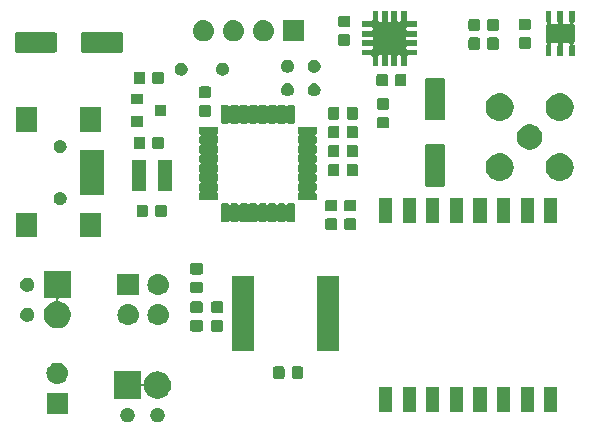
<source format=gbr>
G04 #@! TF.GenerationSoftware,KiCad,Pcbnew,(5.1.0)-1*
G04 #@! TF.CreationDate,2020-04-10T00:04:39+02:00*
G04 #@! TF.ProjectId,Heissluftballon,48656973-736c-4756-9674-62616c6c6f6e,rev?*
G04 #@! TF.SameCoordinates,Original*
G04 #@! TF.FileFunction,Soldermask,Top*
G04 #@! TF.FilePolarity,Negative*
%FSLAX46Y46*%
G04 Gerber Fmt 4.6, Leading zero omitted, Abs format (unit mm)*
G04 Created by KiCad (PCBNEW (5.1.0)-1) date 2020-04-10 00:04:39*
%MOMM*%
%LPD*%
G04 APERTURE LIST*
%ADD10C,0.100000*%
G04 APERTURE END LIST*
D10*
G36*
X82626601Y-112954397D02*
G01*
X82665305Y-112962096D01*
X82697340Y-112975365D01*
X82774680Y-113007400D01*
X82873115Y-113073173D01*
X82956827Y-113156885D01*
X83022600Y-113255320D01*
X83067904Y-113364696D01*
X83091000Y-113480805D01*
X83091000Y-113599195D01*
X83067904Y-113715304D01*
X83022600Y-113824680D01*
X82956827Y-113923115D01*
X82873115Y-114006827D01*
X82774680Y-114072600D01*
X82697340Y-114104635D01*
X82665305Y-114117904D01*
X82626601Y-114125603D01*
X82549195Y-114141000D01*
X82430805Y-114141000D01*
X82353399Y-114125603D01*
X82314695Y-114117904D01*
X82282660Y-114104635D01*
X82205320Y-114072600D01*
X82106885Y-114006827D01*
X82023173Y-113923115D01*
X81957400Y-113824680D01*
X81912096Y-113715304D01*
X81889000Y-113599195D01*
X81889000Y-113480805D01*
X81912096Y-113364696D01*
X81957400Y-113255320D01*
X82023173Y-113156885D01*
X82106885Y-113073173D01*
X82205320Y-113007400D01*
X82282660Y-112975365D01*
X82314695Y-112962096D01*
X82353399Y-112954397D01*
X82430805Y-112939000D01*
X82549195Y-112939000D01*
X82626601Y-112954397D01*
X82626601Y-112954397D01*
G37*
G36*
X80086601Y-112954397D02*
G01*
X80125305Y-112962096D01*
X80157340Y-112975365D01*
X80234680Y-113007400D01*
X80333115Y-113073173D01*
X80416827Y-113156885D01*
X80482600Y-113255320D01*
X80527904Y-113364696D01*
X80551000Y-113480805D01*
X80551000Y-113599195D01*
X80527904Y-113715304D01*
X80482600Y-113824680D01*
X80416827Y-113923115D01*
X80333115Y-114006827D01*
X80234680Y-114072600D01*
X80157340Y-114104635D01*
X80125305Y-114117904D01*
X80086601Y-114125603D01*
X80009195Y-114141000D01*
X79890805Y-114141000D01*
X79813399Y-114125603D01*
X79774695Y-114117904D01*
X79742660Y-114104635D01*
X79665320Y-114072600D01*
X79566885Y-114006827D01*
X79483173Y-113923115D01*
X79417400Y-113824680D01*
X79372096Y-113715304D01*
X79349000Y-113599195D01*
X79349000Y-113480805D01*
X79372096Y-113364696D01*
X79417400Y-113255320D01*
X79483173Y-113156885D01*
X79566885Y-113073173D01*
X79665320Y-113007400D01*
X79742660Y-112975365D01*
X79774695Y-112962096D01*
X79813399Y-112954397D01*
X79890805Y-112939000D01*
X80009195Y-112939000D01*
X80086601Y-112954397D01*
X80086601Y-112954397D01*
G37*
G36*
X74901000Y-113441000D02*
G01*
X73099000Y-113441000D01*
X73099000Y-111639000D01*
X74901000Y-111639000D01*
X74901000Y-113441000D01*
X74901000Y-113441000D01*
G37*
G36*
X104351000Y-113251000D02*
G01*
X103249000Y-113251000D01*
X103249000Y-111149000D01*
X104351000Y-111149000D01*
X104351000Y-113251000D01*
X104351000Y-113251000D01*
G37*
G36*
X116351000Y-113251000D02*
G01*
X115249000Y-113251000D01*
X115249000Y-111149000D01*
X116351000Y-111149000D01*
X116351000Y-113251000D01*
X116351000Y-113251000D01*
G37*
G36*
X114351000Y-113251000D02*
G01*
X113249000Y-113251000D01*
X113249000Y-111149000D01*
X114351000Y-111149000D01*
X114351000Y-113251000D01*
X114351000Y-113251000D01*
G37*
G36*
X112351000Y-113251000D02*
G01*
X111249000Y-113251000D01*
X111249000Y-111149000D01*
X112351000Y-111149000D01*
X112351000Y-113251000D01*
X112351000Y-113251000D01*
G37*
G36*
X110351000Y-113251000D02*
G01*
X109249000Y-113251000D01*
X109249000Y-111149000D01*
X110351000Y-111149000D01*
X110351000Y-113251000D01*
X110351000Y-113251000D01*
G37*
G36*
X108351000Y-113251000D02*
G01*
X107249000Y-113251000D01*
X107249000Y-111149000D01*
X108351000Y-111149000D01*
X108351000Y-113251000D01*
X108351000Y-113251000D01*
G37*
G36*
X106351000Y-113251000D02*
G01*
X105249000Y-113251000D01*
X105249000Y-111149000D01*
X106351000Y-111149000D01*
X106351000Y-113251000D01*
X106351000Y-113251000D01*
G37*
G36*
X102351000Y-113251000D02*
G01*
X101249000Y-113251000D01*
X101249000Y-111149000D01*
X102351000Y-111149000D01*
X102351000Y-113251000D01*
X102351000Y-113251000D01*
G37*
G36*
X81101000Y-110814007D02*
G01*
X81103402Y-110838393D01*
X81110515Y-110861842D01*
X81122066Y-110883453D01*
X81137611Y-110902395D01*
X81156553Y-110917940D01*
X81178164Y-110929491D01*
X81201613Y-110936604D01*
X81225999Y-110939006D01*
X81250385Y-110936604D01*
X81273834Y-110929491D01*
X81295445Y-110917940D01*
X81314387Y-110902395D01*
X81329932Y-110883453D01*
X81341483Y-110861842D01*
X81348596Y-110838393D01*
X81383232Y-110664267D01*
X81393207Y-110640186D01*
X81469997Y-110454797D01*
X81595960Y-110266280D01*
X81756280Y-110105960D01*
X81944797Y-109979997D01*
X82154266Y-109893232D01*
X82265451Y-109871116D01*
X82376635Y-109849000D01*
X82603365Y-109849000D01*
X82714549Y-109871116D01*
X82825734Y-109893232D01*
X83035203Y-109979997D01*
X83223720Y-110105960D01*
X83384040Y-110266280D01*
X83510003Y-110454797D01*
X83596768Y-110664266D01*
X83641000Y-110886636D01*
X83641000Y-111113364D01*
X83596768Y-111335734D01*
X83510003Y-111545203D01*
X83384040Y-111733720D01*
X83223720Y-111894040D01*
X83035203Y-112020003D01*
X82825734Y-112106768D01*
X82714549Y-112128884D01*
X82603365Y-112151000D01*
X82376635Y-112151000D01*
X82265451Y-112128884D01*
X82154266Y-112106768D01*
X81944797Y-112020003D01*
X81756280Y-111894040D01*
X81595960Y-111733720D01*
X81469997Y-111545203D01*
X81383232Y-111335734D01*
X81348596Y-111161607D01*
X81341483Y-111138158D01*
X81329932Y-111116547D01*
X81314387Y-111097605D01*
X81295445Y-111082060D01*
X81273834Y-111070509D01*
X81250385Y-111063396D01*
X81225999Y-111060994D01*
X81201613Y-111063396D01*
X81178164Y-111070509D01*
X81156553Y-111082060D01*
X81137611Y-111097605D01*
X81122066Y-111116547D01*
X81110515Y-111138158D01*
X81103402Y-111161607D01*
X81101000Y-111185993D01*
X81101000Y-112151000D01*
X78799000Y-112151000D01*
X78799000Y-109849000D01*
X81101000Y-109849000D01*
X81101000Y-110814007D01*
X81101000Y-110814007D01*
G37*
G36*
X74110443Y-109105519D02*
G01*
X74176627Y-109112037D01*
X74346466Y-109163557D01*
X74502991Y-109247222D01*
X74538729Y-109276552D01*
X74640186Y-109359814D01*
X74704673Y-109438393D01*
X74752778Y-109497009D01*
X74836443Y-109653534D01*
X74887963Y-109823373D01*
X74905359Y-110000000D01*
X74887963Y-110176627D01*
X74836443Y-110346466D01*
X74752778Y-110502991D01*
X74723448Y-110538729D01*
X74640186Y-110640186D01*
X74538729Y-110723448D01*
X74502991Y-110752778D01*
X74502989Y-110752779D01*
X74388441Y-110814007D01*
X74346466Y-110836443D01*
X74176627Y-110887963D01*
X74110443Y-110894481D01*
X74044260Y-110901000D01*
X73955740Y-110901000D01*
X73889557Y-110894481D01*
X73823373Y-110887963D01*
X73653534Y-110836443D01*
X73611560Y-110814007D01*
X73497011Y-110752779D01*
X73497009Y-110752778D01*
X73461271Y-110723448D01*
X73359814Y-110640186D01*
X73276552Y-110538729D01*
X73247222Y-110502991D01*
X73163557Y-110346466D01*
X73112037Y-110176627D01*
X73094641Y-110000000D01*
X73112037Y-109823373D01*
X73163557Y-109653534D01*
X73247222Y-109497009D01*
X73295327Y-109438393D01*
X73359814Y-109359814D01*
X73461271Y-109276552D01*
X73497009Y-109247222D01*
X73653534Y-109163557D01*
X73823373Y-109112037D01*
X73889557Y-109105519D01*
X73955740Y-109099000D01*
X74044260Y-109099000D01*
X74110443Y-109105519D01*
X74110443Y-109105519D01*
G37*
G36*
X94679591Y-109428085D02*
G01*
X94713569Y-109438393D01*
X94744890Y-109455134D01*
X94772339Y-109477661D01*
X94794866Y-109505110D01*
X94811607Y-109536431D01*
X94821915Y-109570409D01*
X94826000Y-109611890D01*
X94826000Y-110288110D01*
X94821915Y-110329591D01*
X94811607Y-110363569D01*
X94794866Y-110394890D01*
X94772339Y-110422339D01*
X94744890Y-110444866D01*
X94713569Y-110461607D01*
X94679591Y-110471915D01*
X94638110Y-110476000D01*
X94036890Y-110476000D01*
X93995409Y-110471915D01*
X93961431Y-110461607D01*
X93930110Y-110444866D01*
X93902661Y-110422339D01*
X93880134Y-110394890D01*
X93863393Y-110363569D01*
X93853085Y-110329591D01*
X93849000Y-110288110D01*
X93849000Y-109611890D01*
X93853085Y-109570409D01*
X93863393Y-109536431D01*
X93880134Y-109505110D01*
X93902661Y-109477661D01*
X93930110Y-109455134D01*
X93961431Y-109438393D01*
X93995409Y-109428085D01*
X94036890Y-109424000D01*
X94638110Y-109424000D01*
X94679591Y-109428085D01*
X94679591Y-109428085D01*
G37*
G36*
X93104591Y-109428085D02*
G01*
X93138569Y-109438393D01*
X93169890Y-109455134D01*
X93197339Y-109477661D01*
X93219866Y-109505110D01*
X93236607Y-109536431D01*
X93246915Y-109570409D01*
X93251000Y-109611890D01*
X93251000Y-110288110D01*
X93246915Y-110329591D01*
X93236607Y-110363569D01*
X93219866Y-110394890D01*
X93197339Y-110422339D01*
X93169890Y-110444866D01*
X93138569Y-110461607D01*
X93104591Y-110471915D01*
X93063110Y-110476000D01*
X92461890Y-110476000D01*
X92420409Y-110471915D01*
X92386431Y-110461607D01*
X92355110Y-110444866D01*
X92327661Y-110422339D01*
X92305134Y-110394890D01*
X92288393Y-110363569D01*
X92278085Y-110329591D01*
X92274000Y-110288110D01*
X92274000Y-109611890D01*
X92278085Y-109570409D01*
X92288393Y-109536431D01*
X92305134Y-109505110D01*
X92327661Y-109477661D01*
X92355110Y-109455134D01*
X92386431Y-109438393D01*
X92420409Y-109428085D01*
X92461890Y-109424000D01*
X93063110Y-109424000D01*
X93104591Y-109428085D01*
X93104591Y-109428085D01*
G37*
G36*
X90626000Y-108151000D02*
G01*
X88774000Y-108151000D01*
X88774000Y-101749000D01*
X90626000Y-101749000D01*
X90626000Y-108151000D01*
X90626000Y-108151000D01*
G37*
G36*
X97826000Y-108151000D02*
G01*
X95974000Y-108151000D01*
X95974000Y-101749000D01*
X97826000Y-101749000D01*
X97826000Y-108151000D01*
X97826000Y-108151000D01*
G37*
G36*
X86179591Y-105503085D02*
G01*
X86213569Y-105513393D01*
X86244890Y-105530134D01*
X86272339Y-105552661D01*
X86294866Y-105580110D01*
X86311607Y-105611431D01*
X86321915Y-105645409D01*
X86326000Y-105686890D01*
X86326000Y-106288110D01*
X86321915Y-106329591D01*
X86311607Y-106363569D01*
X86294866Y-106394890D01*
X86272339Y-106422339D01*
X86244890Y-106444866D01*
X86213569Y-106461607D01*
X86179591Y-106471915D01*
X86138110Y-106476000D01*
X85461890Y-106476000D01*
X85420409Y-106471915D01*
X85386431Y-106461607D01*
X85355110Y-106444866D01*
X85327661Y-106422339D01*
X85305134Y-106394890D01*
X85288393Y-106363569D01*
X85278085Y-106329591D01*
X85274000Y-106288110D01*
X85274000Y-105686890D01*
X85278085Y-105645409D01*
X85288393Y-105611431D01*
X85305134Y-105580110D01*
X85327661Y-105552661D01*
X85355110Y-105530134D01*
X85386431Y-105513393D01*
X85420409Y-105503085D01*
X85461890Y-105499000D01*
X86138110Y-105499000D01*
X86179591Y-105503085D01*
X86179591Y-105503085D01*
G37*
G36*
X87929591Y-105503085D02*
G01*
X87963569Y-105513393D01*
X87994890Y-105530134D01*
X88022339Y-105552661D01*
X88044866Y-105580110D01*
X88061607Y-105611431D01*
X88071915Y-105645409D01*
X88076000Y-105686890D01*
X88076000Y-106288110D01*
X88071915Y-106329591D01*
X88061607Y-106363569D01*
X88044866Y-106394890D01*
X88022339Y-106422339D01*
X87994890Y-106444866D01*
X87963569Y-106461607D01*
X87929591Y-106471915D01*
X87888110Y-106476000D01*
X87211890Y-106476000D01*
X87170409Y-106471915D01*
X87136431Y-106461607D01*
X87105110Y-106444866D01*
X87077661Y-106422339D01*
X87055134Y-106394890D01*
X87038393Y-106363569D01*
X87028085Y-106329591D01*
X87024000Y-106288110D01*
X87024000Y-105686890D01*
X87028085Y-105645409D01*
X87038393Y-105611431D01*
X87055134Y-105580110D01*
X87077661Y-105552661D01*
X87105110Y-105530134D01*
X87136431Y-105513393D01*
X87170409Y-105503085D01*
X87211890Y-105499000D01*
X87888110Y-105499000D01*
X87929591Y-105503085D01*
X87929591Y-105503085D01*
G37*
G36*
X75151000Y-103651000D02*
G01*
X74185993Y-103651000D01*
X74161607Y-103653402D01*
X74138158Y-103660515D01*
X74116547Y-103672066D01*
X74097605Y-103687611D01*
X74082060Y-103706553D01*
X74070509Y-103728164D01*
X74063396Y-103751613D01*
X74060994Y-103775999D01*
X74063396Y-103800385D01*
X74070509Y-103823834D01*
X74082060Y-103845445D01*
X74097605Y-103864387D01*
X74116547Y-103879932D01*
X74138158Y-103891483D01*
X74161608Y-103898596D01*
X74335734Y-103933232D01*
X74545203Y-104019997D01*
X74733720Y-104145960D01*
X74894040Y-104306280D01*
X75020003Y-104494797D01*
X75106768Y-104704266D01*
X75151000Y-104926636D01*
X75151000Y-105153364D01*
X75106768Y-105375734D01*
X75020003Y-105585203D01*
X74894040Y-105773720D01*
X74733720Y-105934040D01*
X74545203Y-106060003D01*
X74335734Y-106146768D01*
X74224549Y-106168884D01*
X74113365Y-106191000D01*
X73886635Y-106191000D01*
X73775451Y-106168884D01*
X73664266Y-106146768D01*
X73454797Y-106060003D01*
X73266280Y-105934040D01*
X73105960Y-105773720D01*
X72979997Y-105585203D01*
X72893232Y-105375734D01*
X72849000Y-105153364D01*
X72849000Y-104926636D01*
X72893232Y-104704266D01*
X72979997Y-104494797D01*
X73105960Y-104306280D01*
X73266280Y-104145960D01*
X73454797Y-104019997D01*
X73664266Y-103933232D01*
X73838392Y-103898596D01*
X73861842Y-103891483D01*
X73883453Y-103879932D01*
X73902395Y-103864387D01*
X73917940Y-103845445D01*
X73929491Y-103823834D01*
X73936604Y-103800385D01*
X73939006Y-103775999D01*
X73936604Y-103751613D01*
X73929491Y-103728164D01*
X73917940Y-103706553D01*
X73902395Y-103687611D01*
X73883453Y-103672066D01*
X73861842Y-103660515D01*
X73838393Y-103653402D01*
X73814007Y-103651000D01*
X72849000Y-103651000D01*
X72849000Y-101349000D01*
X75151000Y-101349000D01*
X75151000Y-103651000D01*
X75151000Y-103651000D01*
G37*
G36*
X82650442Y-104145518D02*
G01*
X82716627Y-104152037D01*
X82886466Y-104203557D01*
X83042991Y-104287222D01*
X83066213Y-104306280D01*
X83180186Y-104399814D01*
X83258135Y-104494797D01*
X83292778Y-104537009D01*
X83376443Y-104693534D01*
X83427963Y-104863373D01*
X83445359Y-105040000D01*
X83427963Y-105216627D01*
X83376443Y-105386466D01*
X83292778Y-105542991D01*
X83286205Y-105551000D01*
X83180186Y-105680186D01*
X83103341Y-105743250D01*
X83042991Y-105792778D01*
X82886466Y-105876443D01*
X82716627Y-105927963D01*
X82654925Y-105934040D01*
X82584260Y-105941000D01*
X82495740Y-105941000D01*
X82425075Y-105934040D01*
X82363373Y-105927963D01*
X82193534Y-105876443D01*
X82037009Y-105792778D01*
X81976659Y-105743250D01*
X81899814Y-105680186D01*
X81793795Y-105551000D01*
X81787222Y-105542991D01*
X81703557Y-105386466D01*
X81652037Y-105216627D01*
X81634641Y-105040000D01*
X81652037Y-104863373D01*
X81703557Y-104693534D01*
X81787222Y-104537009D01*
X81821865Y-104494797D01*
X81899814Y-104399814D01*
X82013787Y-104306280D01*
X82037009Y-104287222D01*
X82193534Y-104203557D01*
X82363373Y-104152037D01*
X82429558Y-104145518D01*
X82495740Y-104139000D01*
X82584260Y-104139000D01*
X82650442Y-104145518D01*
X82650442Y-104145518D01*
G37*
G36*
X80110442Y-104145518D02*
G01*
X80176627Y-104152037D01*
X80346466Y-104203557D01*
X80502991Y-104287222D01*
X80526213Y-104306280D01*
X80640186Y-104399814D01*
X80718135Y-104494797D01*
X80752778Y-104537009D01*
X80836443Y-104693534D01*
X80887963Y-104863373D01*
X80905359Y-105040000D01*
X80887963Y-105216627D01*
X80836443Y-105386466D01*
X80752778Y-105542991D01*
X80746205Y-105551000D01*
X80640186Y-105680186D01*
X80563341Y-105743250D01*
X80502991Y-105792778D01*
X80346466Y-105876443D01*
X80176627Y-105927963D01*
X80114925Y-105934040D01*
X80044260Y-105941000D01*
X79955740Y-105941000D01*
X79885075Y-105934040D01*
X79823373Y-105927963D01*
X79653534Y-105876443D01*
X79497009Y-105792778D01*
X79436659Y-105743250D01*
X79359814Y-105680186D01*
X79253795Y-105551000D01*
X79247222Y-105542991D01*
X79163557Y-105386466D01*
X79112037Y-105216627D01*
X79094641Y-105040000D01*
X79112037Y-104863373D01*
X79163557Y-104693534D01*
X79247222Y-104537009D01*
X79281865Y-104494797D01*
X79359814Y-104399814D01*
X79473787Y-104306280D01*
X79497009Y-104287222D01*
X79653534Y-104203557D01*
X79823373Y-104152037D01*
X79889558Y-104145518D01*
X79955740Y-104139000D01*
X80044260Y-104139000D01*
X80110442Y-104145518D01*
X80110442Y-104145518D01*
G37*
G36*
X71596601Y-104454397D02*
G01*
X71635305Y-104462096D01*
X71667340Y-104475365D01*
X71744680Y-104507400D01*
X71843115Y-104573173D01*
X71926827Y-104656885D01*
X71992600Y-104755320D01*
X72024635Y-104832660D01*
X72037904Y-104864695D01*
X72044192Y-104896307D01*
X72061000Y-104980805D01*
X72061000Y-105099195D01*
X72037904Y-105215304D01*
X71992600Y-105324680D01*
X71926827Y-105423115D01*
X71843115Y-105506827D01*
X71744680Y-105572600D01*
X71667340Y-105604635D01*
X71635305Y-105617904D01*
X71596601Y-105625603D01*
X71519195Y-105641000D01*
X71400805Y-105641000D01*
X71323399Y-105625603D01*
X71284695Y-105617904D01*
X71252660Y-105604635D01*
X71175320Y-105572600D01*
X71076885Y-105506827D01*
X70993173Y-105423115D01*
X70927400Y-105324680D01*
X70882096Y-105215304D01*
X70859000Y-105099195D01*
X70859000Y-104980805D01*
X70875808Y-104896307D01*
X70882096Y-104864695D01*
X70895365Y-104832660D01*
X70927400Y-104755320D01*
X70993173Y-104656885D01*
X71076885Y-104573173D01*
X71175320Y-104507400D01*
X71252660Y-104475365D01*
X71284695Y-104462096D01*
X71323399Y-104454397D01*
X71400805Y-104439000D01*
X71519195Y-104439000D01*
X71596601Y-104454397D01*
X71596601Y-104454397D01*
G37*
G36*
X86179591Y-103928085D02*
G01*
X86213569Y-103938393D01*
X86244890Y-103955134D01*
X86272339Y-103977661D01*
X86294866Y-104005110D01*
X86311607Y-104036431D01*
X86321915Y-104070409D01*
X86326000Y-104111890D01*
X86326000Y-104713110D01*
X86321915Y-104754591D01*
X86311607Y-104788569D01*
X86294866Y-104819890D01*
X86272339Y-104847339D01*
X86244890Y-104869866D01*
X86213569Y-104886607D01*
X86179591Y-104896915D01*
X86138110Y-104901000D01*
X85461890Y-104901000D01*
X85420409Y-104896915D01*
X85386431Y-104886607D01*
X85355110Y-104869866D01*
X85327661Y-104847339D01*
X85305134Y-104819890D01*
X85288393Y-104788569D01*
X85278085Y-104754591D01*
X85274000Y-104713110D01*
X85274000Y-104111890D01*
X85278085Y-104070409D01*
X85288393Y-104036431D01*
X85305134Y-104005110D01*
X85327661Y-103977661D01*
X85355110Y-103955134D01*
X85386431Y-103938393D01*
X85420409Y-103928085D01*
X85461890Y-103924000D01*
X86138110Y-103924000D01*
X86179591Y-103928085D01*
X86179591Y-103928085D01*
G37*
G36*
X87929591Y-103928085D02*
G01*
X87963569Y-103938393D01*
X87994890Y-103955134D01*
X88022339Y-103977661D01*
X88044866Y-104005110D01*
X88061607Y-104036431D01*
X88071915Y-104070409D01*
X88076000Y-104111890D01*
X88076000Y-104713110D01*
X88071915Y-104754591D01*
X88061607Y-104788569D01*
X88044866Y-104819890D01*
X88022339Y-104847339D01*
X87994890Y-104869866D01*
X87963569Y-104886607D01*
X87929591Y-104896915D01*
X87888110Y-104901000D01*
X87211890Y-104901000D01*
X87170409Y-104896915D01*
X87136431Y-104886607D01*
X87105110Y-104869866D01*
X87077661Y-104847339D01*
X87055134Y-104819890D01*
X87038393Y-104788569D01*
X87028085Y-104754591D01*
X87024000Y-104713110D01*
X87024000Y-104111890D01*
X87028085Y-104070409D01*
X87038393Y-104036431D01*
X87055134Y-104005110D01*
X87077661Y-103977661D01*
X87105110Y-103955134D01*
X87136431Y-103938393D01*
X87170409Y-103928085D01*
X87211890Y-103924000D01*
X87888110Y-103924000D01*
X87929591Y-103928085D01*
X87929591Y-103928085D01*
G37*
G36*
X80901000Y-103401000D02*
G01*
X79099000Y-103401000D01*
X79099000Y-101599000D01*
X80901000Y-101599000D01*
X80901000Y-103401000D01*
X80901000Y-103401000D01*
G37*
G36*
X82650443Y-101605519D02*
G01*
X82716627Y-101612037D01*
X82886466Y-101663557D01*
X83042991Y-101747222D01*
X83045157Y-101749000D01*
X83180186Y-101859814D01*
X83263448Y-101961271D01*
X83292778Y-101997009D01*
X83376443Y-102153534D01*
X83427963Y-102323373D01*
X83445359Y-102500000D01*
X83427963Y-102676627D01*
X83376443Y-102846466D01*
X83292778Y-103002991D01*
X83271104Y-103029401D01*
X83180186Y-103140186D01*
X83093158Y-103211607D01*
X83042991Y-103252778D01*
X82886466Y-103336443D01*
X82716627Y-103387963D01*
X82650442Y-103394482D01*
X82584260Y-103401000D01*
X82495740Y-103401000D01*
X82429558Y-103394482D01*
X82363373Y-103387963D01*
X82193534Y-103336443D01*
X82037009Y-103252778D01*
X81986842Y-103211607D01*
X81899814Y-103140186D01*
X81808896Y-103029401D01*
X81787222Y-103002991D01*
X81703557Y-102846466D01*
X81652037Y-102676627D01*
X81634641Y-102500000D01*
X81652037Y-102323373D01*
X81703557Y-102153534D01*
X81787222Y-101997009D01*
X81816552Y-101961271D01*
X81899814Y-101859814D01*
X82034843Y-101749000D01*
X82037009Y-101747222D01*
X82193534Y-101663557D01*
X82363373Y-101612037D01*
X82429557Y-101605519D01*
X82495740Y-101599000D01*
X82584260Y-101599000D01*
X82650443Y-101605519D01*
X82650443Y-101605519D01*
G37*
G36*
X86179591Y-102253085D02*
G01*
X86213569Y-102263393D01*
X86244890Y-102280134D01*
X86272339Y-102302661D01*
X86294866Y-102330110D01*
X86311607Y-102361431D01*
X86321915Y-102395409D01*
X86326000Y-102436890D01*
X86326000Y-103038110D01*
X86321915Y-103079591D01*
X86311607Y-103113569D01*
X86294866Y-103144890D01*
X86272339Y-103172339D01*
X86244890Y-103194866D01*
X86213569Y-103211607D01*
X86179591Y-103221915D01*
X86138110Y-103226000D01*
X85461890Y-103226000D01*
X85420409Y-103221915D01*
X85386431Y-103211607D01*
X85355110Y-103194866D01*
X85327661Y-103172339D01*
X85305134Y-103144890D01*
X85288393Y-103113569D01*
X85278085Y-103079591D01*
X85274000Y-103038110D01*
X85274000Y-102436890D01*
X85278085Y-102395409D01*
X85288393Y-102361431D01*
X85305134Y-102330110D01*
X85327661Y-102302661D01*
X85355110Y-102280134D01*
X85386431Y-102263393D01*
X85420409Y-102253085D01*
X85461890Y-102249000D01*
X86138110Y-102249000D01*
X86179591Y-102253085D01*
X86179591Y-102253085D01*
G37*
G36*
X71596601Y-101914397D02*
G01*
X71635305Y-101922096D01*
X71667340Y-101935365D01*
X71744680Y-101967400D01*
X71843115Y-102033173D01*
X71926827Y-102116885D01*
X71992600Y-102215320D01*
X72006550Y-102249000D01*
X72036183Y-102320539D01*
X72037904Y-102324696D01*
X72061000Y-102440805D01*
X72061000Y-102559195D01*
X72037904Y-102675304D01*
X71992600Y-102784680D01*
X71926827Y-102883115D01*
X71843115Y-102966827D01*
X71744680Y-103032600D01*
X71667340Y-103064635D01*
X71635305Y-103077904D01*
X71596601Y-103085603D01*
X71519195Y-103101000D01*
X71400805Y-103101000D01*
X71323399Y-103085603D01*
X71284695Y-103077904D01*
X71252660Y-103064635D01*
X71175320Y-103032600D01*
X71076885Y-102966827D01*
X70993173Y-102883115D01*
X70927400Y-102784680D01*
X70882096Y-102675304D01*
X70859000Y-102559195D01*
X70859000Y-102440805D01*
X70882096Y-102324696D01*
X70883818Y-102320539D01*
X70913450Y-102249000D01*
X70927400Y-102215320D01*
X70993173Y-102116885D01*
X71076885Y-102033173D01*
X71175320Y-101967400D01*
X71252660Y-101935365D01*
X71284695Y-101922096D01*
X71323399Y-101914397D01*
X71400805Y-101899000D01*
X71519195Y-101899000D01*
X71596601Y-101914397D01*
X71596601Y-101914397D01*
G37*
G36*
X86179591Y-100678085D02*
G01*
X86213569Y-100688393D01*
X86244890Y-100705134D01*
X86272339Y-100727661D01*
X86294866Y-100755110D01*
X86311607Y-100786431D01*
X86321915Y-100820409D01*
X86326000Y-100861890D01*
X86326000Y-101463110D01*
X86321915Y-101504591D01*
X86311607Y-101538569D01*
X86294866Y-101569890D01*
X86272339Y-101597339D01*
X86244890Y-101619866D01*
X86213569Y-101636607D01*
X86179591Y-101646915D01*
X86138110Y-101651000D01*
X85461890Y-101651000D01*
X85420409Y-101646915D01*
X85386431Y-101636607D01*
X85355110Y-101619866D01*
X85327661Y-101597339D01*
X85305134Y-101569890D01*
X85288393Y-101538569D01*
X85278085Y-101504591D01*
X85274000Y-101463110D01*
X85274000Y-100861890D01*
X85278085Y-100820409D01*
X85288393Y-100786431D01*
X85305134Y-100755110D01*
X85327661Y-100727661D01*
X85355110Y-100705134D01*
X85386431Y-100688393D01*
X85420409Y-100678085D01*
X85461890Y-100674000D01*
X86138110Y-100674000D01*
X86179591Y-100678085D01*
X86179591Y-100678085D01*
G37*
G36*
X72301000Y-98501000D02*
G01*
X70499000Y-98501000D01*
X70499000Y-96399000D01*
X72301000Y-96399000D01*
X72301000Y-98501000D01*
X72301000Y-98501000D01*
G37*
G36*
X77751000Y-98501000D02*
G01*
X75949000Y-98501000D01*
X75949000Y-96399000D01*
X77751000Y-96399000D01*
X77751000Y-98501000D01*
X77751000Y-98501000D01*
G37*
G36*
X99179591Y-96903085D02*
G01*
X99213569Y-96913393D01*
X99244890Y-96930134D01*
X99272339Y-96952661D01*
X99294866Y-96980110D01*
X99311607Y-97011431D01*
X99321915Y-97045409D01*
X99326000Y-97086890D01*
X99326000Y-97688110D01*
X99321915Y-97729591D01*
X99311607Y-97763569D01*
X99294866Y-97794890D01*
X99272339Y-97822339D01*
X99244890Y-97844866D01*
X99213569Y-97861607D01*
X99179591Y-97871915D01*
X99138110Y-97876000D01*
X98461890Y-97876000D01*
X98420409Y-97871915D01*
X98386431Y-97861607D01*
X98355110Y-97844866D01*
X98327661Y-97822339D01*
X98305134Y-97794890D01*
X98288393Y-97763569D01*
X98278085Y-97729591D01*
X98274000Y-97688110D01*
X98274000Y-97086890D01*
X98278085Y-97045409D01*
X98288393Y-97011431D01*
X98305134Y-96980110D01*
X98327661Y-96952661D01*
X98355110Y-96930134D01*
X98386431Y-96913393D01*
X98420409Y-96903085D01*
X98461890Y-96899000D01*
X99138110Y-96899000D01*
X99179591Y-96903085D01*
X99179591Y-96903085D01*
G37*
G36*
X97579591Y-96903085D02*
G01*
X97613569Y-96913393D01*
X97644890Y-96930134D01*
X97672339Y-96952661D01*
X97694866Y-96980110D01*
X97711607Y-97011431D01*
X97721915Y-97045409D01*
X97726000Y-97086890D01*
X97726000Y-97688110D01*
X97721915Y-97729591D01*
X97711607Y-97763569D01*
X97694866Y-97794890D01*
X97672339Y-97822339D01*
X97644890Y-97844866D01*
X97613569Y-97861607D01*
X97579591Y-97871915D01*
X97538110Y-97876000D01*
X96861890Y-97876000D01*
X96820409Y-97871915D01*
X96786431Y-97861607D01*
X96755110Y-97844866D01*
X96727661Y-97822339D01*
X96705134Y-97794890D01*
X96688393Y-97763569D01*
X96678085Y-97729591D01*
X96674000Y-97688110D01*
X96674000Y-97086890D01*
X96678085Y-97045409D01*
X96688393Y-97011431D01*
X96705134Y-96980110D01*
X96727661Y-96952661D01*
X96755110Y-96930134D01*
X96786431Y-96913393D01*
X96820409Y-96903085D01*
X96861890Y-96899000D01*
X97538110Y-96899000D01*
X97579591Y-96903085D01*
X97579591Y-96903085D01*
G37*
G36*
X114351000Y-97251000D02*
G01*
X113249000Y-97251000D01*
X113249000Y-95149000D01*
X114351000Y-95149000D01*
X114351000Y-97251000D01*
X114351000Y-97251000D01*
G37*
G36*
X102351000Y-97251000D02*
G01*
X101249000Y-97251000D01*
X101249000Y-95149000D01*
X102351000Y-95149000D01*
X102351000Y-97251000D01*
X102351000Y-97251000D01*
G37*
G36*
X112351000Y-97251000D02*
G01*
X111249000Y-97251000D01*
X111249000Y-95149000D01*
X112351000Y-95149000D01*
X112351000Y-97251000D01*
X112351000Y-97251000D01*
G37*
G36*
X116351000Y-97251000D02*
G01*
X115249000Y-97251000D01*
X115249000Y-95149000D01*
X116351000Y-95149000D01*
X116351000Y-97251000D01*
X116351000Y-97251000D01*
G37*
G36*
X108351000Y-97251000D02*
G01*
X107249000Y-97251000D01*
X107249000Y-95149000D01*
X108351000Y-95149000D01*
X108351000Y-97251000D01*
X108351000Y-97251000D01*
G37*
G36*
X104351000Y-97251000D02*
G01*
X103249000Y-97251000D01*
X103249000Y-95149000D01*
X104351000Y-95149000D01*
X104351000Y-97251000D01*
X104351000Y-97251000D01*
G37*
G36*
X106351000Y-97251000D02*
G01*
X105249000Y-97251000D01*
X105249000Y-95149000D01*
X106351000Y-95149000D01*
X106351000Y-97251000D01*
X106351000Y-97251000D01*
G37*
G36*
X110351000Y-97251000D02*
G01*
X109249000Y-97251000D01*
X109249000Y-95149000D01*
X110351000Y-95149000D01*
X110351000Y-97251000D01*
X110351000Y-97251000D01*
G37*
G36*
X88430051Y-95626284D02*
G01*
X88446443Y-95631257D01*
X88461555Y-95639334D01*
X88474798Y-95650202D01*
X88485667Y-95663447D01*
X88489761Y-95671106D01*
X88503374Y-95691480D01*
X88520701Y-95708807D01*
X88541076Y-95722421D01*
X88563714Y-95731798D01*
X88587748Y-95736579D01*
X88612252Y-95736579D01*
X88636285Y-95731799D01*
X88658924Y-95722421D01*
X88679298Y-95708808D01*
X88696625Y-95691481D01*
X88710239Y-95671106D01*
X88714333Y-95663447D01*
X88725202Y-95650202D01*
X88738445Y-95639334D01*
X88753557Y-95631257D01*
X88769949Y-95626284D01*
X88793141Y-95624000D01*
X89206859Y-95624000D01*
X89230051Y-95626284D01*
X89246443Y-95631257D01*
X89261555Y-95639334D01*
X89274798Y-95650202D01*
X89285667Y-95663447D01*
X89289761Y-95671106D01*
X89303374Y-95691480D01*
X89320701Y-95708807D01*
X89341076Y-95722421D01*
X89363714Y-95731798D01*
X89387748Y-95736579D01*
X89412252Y-95736579D01*
X89436285Y-95731799D01*
X89458924Y-95722421D01*
X89479298Y-95708808D01*
X89496625Y-95691481D01*
X89510239Y-95671106D01*
X89514333Y-95663447D01*
X89525202Y-95650202D01*
X89538445Y-95639334D01*
X89553557Y-95631257D01*
X89569949Y-95626284D01*
X89593141Y-95624000D01*
X90006859Y-95624000D01*
X90030051Y-95626284D01*
X90046443Y-95631257D01*
X90061555Y-95639334D01*
X90074798Y-95650202D01*
X90085667Y-95663447D01*
X90089761Y-95671106D01*
X90103374Y-95691480D01*
X90120701Y-95708807D01*
X90141076Y-95722421D01*
X90163714Y-95731798D01*
X90187748Y-95736579D01*
X90212252Y-95736579D01*
X90236285Y-95731799D01*
X90258924Y-95722421D01*
X90279298Y-95708808D01*
X90296625Y-95691481D01*
X90310239Y-95671106D01*
X90314333Y-95663447D01*
X90325202Y-95650202D01*
X90338445Y-95639334D01*
X90353557Y-95631257D01*
X90369949Y-95626284D01*
X90393141Y-95624000D01*
X90806859Y-95624000D01*
X90830051Y-95626284D01*
X90846443Y-95631257D01*
X90861555Y-95639334D01*
X90874798Y-95650202D01*
X90885667Y-95663447D01*
X90889761Y-95671106D01*
X90903374Y-95691480D01*
X90920701Y-95708807D01*
X90941076Y-95722421D01*
X90963714Y-95731798D01*
X90987748Y-95736579D01*
X91012252Y-95736579D01*
X91036285Y-95731799D01*
X91058924Y-95722421D01*
X91079298Y-95708808D01*
X91096625Y-95691481D01*
X91110239Y-95671106D01*
X91114333Y-95663447D01*
X91125202Y-95650202D01*
X91138445Y-95639334D01*
X91153557Y-95631257D01*
X91169949Y-95626284D01*
X91193141Y-95624000D01*
X91606859Y-95624000D01*
X91630051Y-95626284D01*
X91646443Y-95631257D01*
X91661555Y-95639334D01*
X91674798Y-95650202D01*
X91685667Y-95663447D01*
X91689761Y-95671106D01*
X91703374Y-95691480D01*
X91720701Y-95708807D01*
X91741076Y-95722421D01*
X91763714Y-95731798D01*
X91787748Y-95736579D01*
X91812252Y-95736579D01*
X91836285Y-95731799D01*
X91858924Y-95722421D01*
X91879298Y-95708808D01*
X91896625Y-95691481D01*
X91910239Y-95671106D01*
X91914333Y-95663447D01*
X91925202Y-95650202D01*
X91938445Y-95639334D01*
X91953557Y-95631257D01*
X91969949Y-95626284D01*
X91993141Y-95624000D01*
X92406859Y-95624000D01*
X92430051Y-95626284D01*
X92446443Y-95631257D01*
X92461555Y-95639334D01*
X92474798Y-95650202D01*
X92485667Y-95663447D01*
X92489761Y-95671106D01*
X92503374Y-95691480D01*
X92520701Y-95708807D01*
X92541076Y-95722421D01*
X92563714Y-95731798D01*
X92587748Y-95736579D01*
X92612252Y-95736579D01*
X92636285Y-95731799D01*
X92658924Y-95722421D01*
X92679298Y-95708808D01*
X92696625Y-95691481D01*
X92710239Y-95671106D01*
X92714333Y-95663447D01*
X92725202Y-95650202D01*
X92738445Y-95639334D01*
X92753557Y-95631257D01*
X92769949Y-95626284D01*
X92793141Y-95624000D01*
X93206859Y-95624000D01*
X93230051Y-95626284D01*
X93246443Y-95631257D01*
X93261555Y-95639334D01*
X93274798Y-95650202D01*
X93285667Y-95663447D01*
X93289761Y-95671106D01*
X93303374Y-95691480D01*
X93320701Y-95708807D01*
X93341076Y-95722421D01*
X93363714Y-95731798D01*
X93387748Y-95736579D01*
X93412252Y-95736579D01*
X93436285Y-95731799D01*
X93458924Y-95722421D01*
X93479298Y-95708808D01*
X93496625Y-95691481D01*
X93510239Y-95671106D01*
X93514333Y-95663447D01*
X93525202Y-95650202D01*
X93538445Y-95639334D01*
X93553557Y-95631257D01*
X93569949Y-95626284D01*
X93593141Y-95624000D01*
X94006859Y-95624000D01*
X94030051Y-95626284D01*
X94046443Y-95631257D01*
X94061555Y-95639334D01*
X94074798Y-95650202D01*
X94085666Y-95663445D01*
X94093743Y-95678557D01*
X94098716Y-95694949D01*
X94101000Y-95718141D01*
X94101000Y-97131859D01*
X94098716Y-97155051D01*
X94093743Y-97171443D01*
X94085666Y-97186555D01*
X94074798Y-97199798D01*
X94061555Y-97210666D01*
X94046443Y-97218743D01*
X94030051Y-97223716D01*
X94006859Y-97226000D01*
X93593141Y-97226000D01*
X93569949Y-97223716D01*
X93553557Y-97218743D01*
X93538445Y-97210666D01*
X93525202Y-97199798D01*
X93514333Y-97186553D01*
X93510239Y-97178894D01*
X93496626Y-97158520D01*
X93479299Y-97141193D01*
X93458924Y-97127579D01*
X93436286Y-97118202D01*
X93412252Y-97113421D01*
X93387748Y-97113421D01*
X93363715Y-97118201D01*
X93341076Y-97127579D01*
X93320702Y-97141192D01*
X93303375Y-97158519D01*
X93289761Y-97178894D01*
X93285667Y-97186553D01*
X93274798Y-97199798D01*
X93261555Y-97210666D01*
X93246443Y-97218743D01*
X93230051Y-97223716D01*
X93206859Y-97226000D01*
X92793141Y-97226000D01*
X92769949Y-97223716D01*
X92753557Y-97218743D01*
X92738445Y-97210666D01*
X92725202Y-97199798D01*
X92714333Y-97186553D01*
X92710239Y-97178894D01*
X92696626Y-97158520D01*
X92679299Y-97141193D01*
X92658924Y-97127579D01*
X92636286Y-97118202D01*
X92612252Y-97113421D01*
X92587748Y-97113421D01*
X92563715Y-97118201D01*
X92541076Y-97127579D01*
X92520702Y-97141192D01*
X92503375Y-97158519D01*
X92489761Y-97178894D01*
X92485667Y-97186553D01*
X92474798Y-97199798D01*
X92461555Y-97210666D01*
X92446443Y-97218743D01*
X92430051Y-97223716D01*
X92406859Y-97226000D01*
X91993141Y-97226000D01*
X91969949Y-97223716D01*
X91953557Y-97218743D01*
X91938445Y-97210666D01*
X91925202Y-97199798D01*
X91914333Y-97186553D01*
X91910239Y-97178894D01*
X91896626Y-97158520D01*
X91879299Y-97141193D01*
X91858924Y-97127579D01*
X91836286Y-97118202D01*
X91812252Y-97113421D01*
X91787748Y-97113421D01*
X91763715Y-97118201D01*
X91741076Y-97127579D01*
X91720702Y-97141192D01*
X91703375Y-97158519D01*
X91689761Y-97178894D01*
X91685667Y-97186553D01*
X91674798Y-97199798D01*
X91661555Y-97210666D01*
X91646443Y-97218743D01*
X91630051Y-97223716D01*
X91606859Y-97226000D01*
X91193141Y-97226000D01*
X91169949Y-97223716D01*
X91153557Y-97218743D01*
X91138445Y-97210666D01*
X91125202Y-97199798D01*
X91114333Y-97186553D01*
X91110239Y-97178894D01*
X91096626Y-97158520D01*
X91079299Y-97141193D01*
X91058924Y-97127579D01*
X91036286Y-97118202D01*
X91012252Y-97113421D01*
X90987748Y-97113421D01*
X90963715Y-97118201D01*
X90941076Y-97127579D01*
X90920702Y-97141192D01*
X90903375Y-97158519D01*
X90889761Y-97178894D01*
X90885667Y-97186553D01*
X90874798Y-97199798D01*
X90861555Y-97210666D01*
X90846443Y-97218743D01*
X90830051Y-97223716D01*
X90806859Y-97226000D01*
X90393141Y-97226000D01*
X90369949Y-97223716D01*
X90353557Y-97218743D01*
X90338445Y-97210666D01*
X90325202Y-97199798D01*
X90314333Y-97186553D01*
X90310239Y-97178894D01*
X90296626Y-97158520D01*
X90279299Y-97141193D01*
X90258924Y-97127579D01*
X90236286Y-97118202D01*
X90212252Y-97113421D01*
X90187748Y-97113421D01*
X90163715Y-97118201D01*
X90141076Y-97127579D01*
X90120702Y-97141192D01*
X90103375Y-97158519D01*
X90089761Y-97178894D01*
X90085667Y-97186553D01*
X90074798Y-97199798D01*
X90061555Y-97210666D01*
X90046443Y-97218743D01*
X90030051Y-97223716D01*
X90006859Y-97226000D01*
X89593141Y-97226000D01*
X89569949Y-97223716D01*
X89553557Y-97218743D01*
X89538445Y-97210666D01*
X89525202Y-97199798D01*
X89514333Y-97186553D01*
X89510239Y-97178894D01*
X89496626Y-97158520D01*
X89479299Y-97141193D01*
X89458924Y-97127579D01*
X89436286Y-97118202D01*
X89412252Y-97113421D01*
X89387748Y-97113421D01*
X89363715Y-97118201D01*
X89341076Y-97127579D01*
X89320702Y-97141192D01*
X89303375Y-97158519D01*
X89289761Y-97178894D01*
X89285667Y-97186553D01*
X89274798Y-97199798D01*
X89261555Y-97210666D01*
X89246443Y-97218743D01*
X89230051Y-97223716D01*
X89206859Y-97226000D01*
X88793141Y-97226000D01*
X88769949Y-97223716D01*
X88753557Y-97218743D01*
X88738445Y-97210666D01*
X88725202Y-97199798D01*
X88714333Y-97186553D01*
X88710239Y-97178894D01*
X88696626Y-97158520D01*
X88679299Y-97141193D01*
X88658924Y-97127579D01*
X88636286Y-97118202D01*
X88612252Y-97113421D01*
X88587748Y-97113421D01*
X88563715Y-97118201D01*
X88541076Y-97127579D01*
X88520702Y-97141192D01*
X88503375Y-97158519D01*
X88489761Y-97178894D01*
X88485667Y-97186553D01*
X88474798Y-97199798D01*
X88461555Y-97210666D01*
X88446443Y-97218743D01*
X88430051Y-97223716D01*
X88406859Y-97226000D01*
X87993141Y-97226000D01*
X87969949Y-97223716D01*
X87953557Y-97218743D01*
X87938445Y-97210666D01*
X87925202Y-97199798D01*
X87914334Y-97186555D01*
X87906257Y-97171443D01*
X87901284Y-97155051D01*
X87899000Y-97131859D01*
X87899000Y-95718141D01*
X87901284Y-95694949D01*
X87906257Y-95678557D01*
X87914334Y-95663445D01*
X87925202Y-95650202D01*
X87938445Y-95639334D01*
X87953557Y-95631257D01*
X87969949Y-95626284D01*
X87993141Y-95624000D01*
X88406859Y-95624000D01*
X88430051Y-95626284D01*
X88430051Y-95626284D01*
G37*
G36*
X83129591Y-95728085D02*
G01*
X83163569Y-95738393D01*
X83194890Y-95755134D01*
X83222339Y-95777661D01*
X83244866Y-95805110D01*
X83261607Y-95836431D01*
X83271915Y-95870409D01*
X83276000Y-95911890D01*
X83276000Y-96588110D01*
X83271915Y-96629591D01*
X83261607Y-96663569D01*
X83244866Y-96694890D01*
X83222339Y-96722339D01*
X83194890Y-96744866D01*
X83163569Y-96761607D01*
X83129591Y-96771915D01*
X83088110Y-96776000D01*
X82486890Y-96776000D01*
X82445409Y-96771915D01*
X82411431Y-96761607D01*
X82380110Y-96744866D01*
X82352661Y-96722339D01*
X82330134Y-96694890D01*
X82313393Y-96663569D01*
X82303085Y-96629591D01*
X82299000Y-96588110D01*
X82299000Y-95911890D01*
X82303085Y-95870409D01*
X82313393Y-95836431D01*
X82330134Y-95805110D01*
X82352661Y-95777661D01*
X82380110Y-95755134D01*
X82411431Y-95738393D01*
X82445409Y-95728085D01*
X82486890Y-95724000D01*
X83088110Y-95724000D01*
X83129591Y-95728085D01*
X83129591Y-95728085D01*
G37*
G36*
X81554591Y-95728085D02*
G01*
X81588569Y-95738393D01*
X81619890Y-95755134D01*
X81647339Y-95777661D01*
X81669866Y-95805110D01*
X81686607Y-95836431D01*
X81696915Y-95870409D01*
X81701000Y-95911890D01*
X81701000Y-96588110D01*
X81696915Y-96629591D01*
X81686607Y-96663569D01*
X81669866Y-96694890D01*
X81647339Y-96722339D01*
X81619890Y-96744866D01*
X81588569Y-96761607D01*
X81554591Y-96771915D01*
X81513110Y-96776000D01*
X80911890Y-96776000D01*
X80870409Y-96771915D01*
X80836431Y-96761607D01*
X80805110Y-96744866D01*
X80777661Y-96722339D01*
X80755134Y-96694890D01*
X80738393Y-96663569D01*
X80728085Y-96629591D01*
X80724000Y-96588110D01*
X80724000Y-95911890D01*
X80728085Y-95870409D01*
X80738393Y-95836431D01*
X80755134Y-95805110D01*
X80777661Y-95777661D01*
X80805110Y-95755134D01*
X80836431Y-95738393D01*
X80870409Y-95728085D01*
X80911890Y-95724000D01*
X81513110Y-95724000D01*
X81554591Y-95728085D01*
X81554591Y-95728085D01*
G37*
G36*
X97579591Y-95328085D02*
G01*
X97613569Y-95338393D01*
X97644890Y-95355134D01*
X97672339Y-95377661D01*
X97694866Y-95405110D01*
X97711607Y-95436431D01*
X97721915Y-95470409D01*
X97726000Y-95511890D01*
X97726000Y-96113110D01*
X97721915Y-96154591D01*
X97711607Y-96188569D01*
X97694866Y-96219890D01*
X97672339Y-96247339D01*
X97644890Y-96269866D01*
X97613569Y-96286607D01*
X97579591Y-96296915D01*
X97538110Y-96301000D01*
X96861890Y-96301000D01*
X96820409Y-96296915D01*
X96786431Y-96286607D01*
X96755110Y-96269866D01*
X96727661Y-96247339D01*
X96705134Y-96219890D01*
X96688393Y-96188569D01*
X96678085Y-96154591D01*
X96674000Y-96113110D01*
X96674000Y-95511890D01*
X96678085Y-95470409D01*
X96688393Y-95436431D01*
X96705134Y-95405110D01*
X96727661Y-95377661D01*
X96755110Y-95355134D01*
X96786431Y-95338393D01*
X96820409Y-95328085D01*
X96861890Y-95324000D01*
X97538110Y-95324000D01*
X97579591Y-95328085D01*
X97579591Y-95328085D01*
G37*
G36*
X99179591Y-95328085D02*
G01*
X99213569Y-95338393D01*
X99244890Y-95355134D01*
X99272339Y-95377661D01*
X99294866Y-95405110D01*
X99311607Y-95436431D01*
X99321915Y-95470409D01*
X99326000Y-95511890D01*
X99326000Y-96113110D01*
X99321915Y-96154591D01*
X99311607Y-96188569D01*
X99294866Y-96219890D01*
X99272339Y-96247339D01*
X99244890Y-96269866D01*
X99213569Y-96286607D01*
X99179591Y-96296915D01*
X99138110Y-96301000D01*
X98461890Y-96301000D01*
X98420409Y-96296915D01*
X98386431Y-96286607D01*
X98355110Y-96269866D01*
X98327661Y-96247339D01*
X98305134Y-96219890D01*
X98288393Y-96188569D01*
X98278085Y-96154591D01*
X98274000Y-96113110D01*
X98274000Y-95511890D01*
X98278085Y-95470409D01*
X98288393Y-95436431D01*
X98305134Y-95405110D01*
X98327661Y-95377661D01*
X98355110Y-95355134D01*
X98386431Y-95338393D01*
X98420409Y-95328085D01*
X98461890Y-95324000D01*
X99138110Y-95324000D01*
X99179591Y-95328085D01*
X99179591Y-95328085D01*
G37*
G36*
X74410721Y-94670174D02*
G01*
X74510995Y-94711709D01*
X74537320Y-94729299D01*
X74601242Y-94772010D01*
X74677990Y-94848758D01*
X74677991Y-94848760D01*
X74738291Y-94939005D01*
X74779826Y-95039279D01*
X74801000Y-95145730D01*
X74801000Y-95254270D01*
X74779826Y-95360721D01*
X74738291Y-95460995D01*
X74729080Y-95474780D01*
X74677990Y-95551242D01*
X74601242Y-95627990D01*
X74590068Y-95635456D01*
X74510995Y-95688291D01*
X74410721Y-95729826D01*
X74304270Y-95751000D01*
X74195730Y-95751000D01*
X74089279Y-95729826D01*
X73989005Y-95688291D01*
X73909932Y-95635456D01*
X73898758Y-95627990D01*
X73822010Y-95551242D01*
X73770920Y-95474780D01*
X73761709Y-95460995D01*
X73720174Y-95360721D01*
X73699000Y-95254270D01*
X73699000Y-95145730D01*
X73720174Y-95039279D01*
X73761709Y-94939005D01*
X73822009Y-94848760D01*
X73822010Y-94848758D01*
X73898758Y-94772010D01*
X73962680Y-94729299D01*
X73989005Y-94711709D01*
X74089279Y-94670174D01*
X74195730Y-94649000D01*
X74304270Y-94649000D01*
X74410721Y-94670174D01*
X74410721Y-94670174D01*
G37*
G36*
X87555051Y-89151284D02*
G01*
X87571443Y-89156257D01*
X87586555Y-89164334D01*
X87599798Y-89175202D01*
X87610666Y-89188445D01*
X87618743Y-89203557D01*
X87623716Y-89219949D01*
X87626000Y-89243141D01*
X87626000Y-89656859D01*
X87623716Y-89680051D01*
X87618743Y-89696443D01*
X87610666Y-89711555D01*
X87599798Y-89724798D01*
X87586553Y-89735667D01*
X87578894Y-89739761D01*
X87558520Y-89753374D01*
X87541193Y-89770701D01*
X87527579Y-89791076D01*
X87518202Y-89813714D01*
X87513421Y-89837748D01*
X87513421Y-89862252D01*
X87518201Y-89886285D01*
X87527579Y-89908924D01*
X87541192Y-89929298D01*
X87558519Y-89946625D01*
X87578894Y-89960239D01*
X87586553Y-89964333D01*
X87599798Y-89975202D01*
X87610666Y-89988445D01*
X87618743Y-90003557D01*
X87623716Y-90019949D01*
X87626000Y-90043141D01*
X87626000Y-90456859D01*
X87623716Y-90480051D01*
X87618743Y-90496443D01*
X87610666Y-90511555D01*
X87599798Y-90524798D01*
X87586553Y-90535667D01*
X87578894Y-90539761D01*
X87558520Y-90553374D01*
X87541193Y-90570701D01*
X87527579Y-90591076D01*
X87518202Y-90613714D01*
X87513421Y-90637748D01*
X87513421Y-90662252D01*
X87518201Y-90686285D01*
X87527579Y-90708924D01*
X87541192Y-90729298D01*
X87558519Y-90746625D01*
X87578894Y-90760239D01*
X87586553Y-90764333D01*
X87599798Y-90775202D01*
X87610666Y-90788445D01*
X87618743Y-90803557D01*
X87623716Y-90819949D01*
X87626000Y-90843141D01*
X87626000Y-91256859D01*
X87623716Y-91280051D01*
X87618743Y-91296443D01*
X87610666Y-91311555D01*
X87599798Y-91324798D01*
X87586553Y-91335667D01*
X87578894Y-91339761D01*
X87558520Y-91353374D01*
X87541193Y-91370701D01*
X87527579Y-91391076D01*
X87518202Y-91413714D01*
X87513421Y-91437748D01*
X87513421Y-91462252D01*
X87518201Y-91486285D01*
X87527579Y-91508924D01*
X87541192Y-91529298D01*
X87558519Y-91546625D01*
X87578894Y-91560239D01*
X87586553Y-91564333D01*
X87599798Y-91575202D01*
X87610666Y-91588445D01*
X87618743Y-91603557D01*
X87623716Y-91619949D01*
X87626000Y-91643141D01*
X87626000Y-92056859D01*
X87623716Y-92080051D01*
X87618743Y-92096443D01*
X87610666Y-92111555D01*
X87599798Y-92124798D01*
X87586553Y-92135667D01*
X87578894Y-92139761D01*
X87558520Y-92153374D01*
X87541193Y-92170701D01*
X87527579Y-92191076D01*
X87518202Y-92213714D01*
X87513421Y-92237748D01*
X87513421Y-92262252D01*
X87518201Y-92286285D01*
X87527579Y-92308924D01*
X87541192Y-92329298D01*
X87558519Y-92346625D01*
X87578894Y-92360239D01*
X87586553Y-92364333D01*
X87599798Y-92375202D01*
X87610666Y-92388445D01*
X87618743Y-92403557D01*
X87623716Y-92419949D01*
X87626000Y-92443141D01*
X87626000Y-92856859D01*
X87623716Y-92880051D01*
X87618743Y-92896443D01*
X87610666Y-92911555D01*
X87599798Y-92924798D01*
X87586553Y-92935667D01*
X87578894Y-92939761D01*
X87558520Y-92953374D01*
X87541193Y-92970701D01*
X87527579Y-92991076D01*
X87518202Y-93013714D01*
X87513421Y-93037748D01*
X87513421Y-93062252D01*
X87518201Y-93086285D01*
X87527579Y-93108924D01*
X87541192Y-93129298D01*
X87558519Y-93146625D01*
X87578894Y-93160239D01*
X87586553Y-93164333D01*
X87599798Y-93175202D01*
X87610666Y-93188445D01*
X87618743Y-93203557D01*
X87623716Y-93219949D01*
X87626000Y-93243141D01*
X87626000Y-93656859D01*
X87623716Y-93680051D01*
X87618743Y-93696443D01*
X87610666Y-93711555D01*
X87599798Y-93724798D01*
X87586553Y-93735667D01*
X87578894Y-93739761D01*
X87558520Y-93753374D01*
X87541193Y-93770701D01*
X87527579Y-93791076D01*
X87518202Y-93813714D01*
X87513421Y-93837748D01*
X87513421Y-93862252D01*
X87518201Y-93886285D01*
X87527579Y-93908924D01*
X87541192Y-93929298D01*
X87558519Y-93946625D01*
X87578894Y-93960239D01*
X87586553Y-93964333D01*
X87599798Y-93975202D01*
X87610666Y-93988445D01*
X87618743Y-94003557D01*
X87623716Y-94019949D01*
X87626000Y-94043141D01*
X87626000Y-94456859D01*
X87623716Y-94480051D01*
X87618743Y-94496443D01*
X87610666Y-94511555D01*
X87599798Y-94524798D01*
X87586553Y-94535667D01*
X87578894Y-94539761D01*
X87558520Y-94553374D01*
X87541193Y-94570701D01*
X87527579Y-94591076D01*
X87518202Y-94613714D01*
X87513421Y-94637748D01*
X87513421Y-94662252D01*
X87518201Y-94686285D01*
X87527579Y-94708924D01*
X87541192Y-94729298D01*
X87558519Y-94746625D01*
X87578894Y-94760239D01*
X87586553Y-94764333D01*
X87599798Y-94775202D01*
X87610666Y-94788445D01*
X87618743Y-94803557D01*
X87623716Y-94819949D01*
X87626000Y-94843141D01*
X87626000Y-95256859D01*
X87623716Y-95280051D01*
X87618743Y-95296443D01*
X87610666Y-95311555D01*
X87599798Y-95324798D01*
X87586555Y-95335666D01*
X87571443Y-95343743D01*
X87555051Y-95348716D01*
X87531859Y-95351000D01*
X86118141Y-95351000D01*
X86094949Y-95348716D01*
X86078557Y-95343743D01*
X86063445Y-95335666D01*
X86050202Y-95324798D01*
X86039334Y-95311555D01*
X86031257Y-95296443D01*
X86026284Y-95280051D01*
X86024000Y-95256859D01*
X86024000Y-94843141D01*
X86026284Y-94819949D01*
X86031257Y-94803557D01*
X86039334Y-94788445D01*
X86050202Y-94775202D01*
X86063447Y-94764333D01*
X86071106Y-94760239D01*
X86091480Y-94746626D01*
X86108807Y-94729299D01*
X86122421Y-94708924D01*
X86131798Y-94686286D01*
X86136579Y-94662252D01*
X86136579Y-94637748D01*
X86131799Y-94613715D01*
X86122421Y-94591076D01*
X86108808Y-94570702D01*
X86091481Y-94553375D01*
X86071106Y-94539761D01*
X86063447Y-94535667D01*
X86050202Y-94524798D01*
X86039334Y-94511555D01*
X86031257Y-94496443D01*
X86026284Y-94480051D01*
X86024000Y-94456859D01*
X86024000Y-94043141D01*
X86026284Y-94019949D01*
X86031257Y-94003557D01*
X86039334Y-93988445D01*
X86050202Y-93975202D01*
X86063447Y-93964333D01*
X86071106Y-93960239D01*
X86091480Y-93946626D01*
X86108807Y-93929299D01*
X86122421Y-93908924D01*
X86131798Y-93886286D01*
X86136579Y-93862252D01*
X86136579Y-93837748D01*
X86131799Y-93813715D01*
X86122421Y-93791076D01*
X86108808Y-93770702D01*
X86091481Y-93753375D01*
X86071106Y-93739761D01*
X86063447Y-93735667D01*
X86050202Y-93724798D01*
X86039334Y-93711555D01*
X86031257Y-93696443D01*
X86026284Y-93680051D01*
X86024000Y-93656859D01*
X86024000Y-93243141D01*
X86026284Y-93219949D01*
X86031257Y-93203557D01*
X86039334Y-93188445D01*
X86050202Y-93175202D01*
X86063447Y-93164333D01*
X86071106Y-93160239D01*
X86091480Y-93146626D01*
X86108807Y-93129299D01*
X86122421Y-93108924D01*
X86131798Y-93086286D01*
X86136579Y-93062252D01*
X86136579Y-93037748D01*
X86131799Y-93013715D01*
X86122421Y-92991076D01*
X86108808Y-92970702D01*
X86091481Y-92953375D01*
X86071106Y-92939761D01*
X86063447Y-92935667D01*
X86050202Y-92924798D01*
X86039334Y-92911555D01*
X86031257Y-92896443D01*
X86026284Y-92880051D01*
X86024000Y-92856859D01*
X86024000Y-92443141D01*
X86026284Y-92419949D01*
X86031257Y-92403557D01*
X86039334Y-92388445D01*
X86050202Y-92375202D01*
X86063447Y-92364333D01*
X86071106Y-92360239D01*
X86091480Y-92346626D01*
X86108807Y-92329299D01*
X86122421Y-92308924D01*
X86131798Y-92286286D01*
X86136579Y-92262252D01*
X86136579Y-92237748D01*
X86131799Y-92213715D01*
X86122421Y-92191076D01*
X86108808Y-92170702D01*
X86091481Y-92153375D01*
X86071106Y-92139761D01*
X86063447Y-92135667D01*
X86050202Y-92124798D01*
X86039334Y-92111555D01*
X86031257Y-92096443D01*
X86026284Y-92080051D01*
X86024000Y-92056859D01*
X86024000Y-91643141D01*
X86026284Y-91619949D01*
X86031257Y-91603557D01*
X86039334Y-91588445D01*
X86050202Y-91575202D01*
X86063447Y-91564333D01*
X86071106Y-91560239D01*
X86091480Y-91546626D01*
X86108807Y-91529299D01*
X86122421Y-91508924D01*
X86131798Y-91486286D01*
X86136579Y-91462252D01*
X86136579Y-91437748D01*
X86131799Y-91413715D01*
X86122421Y-91391076D01*
X86108808Y-91370702D01*
X86091481Y-91353375D01*
X86071106Y-91339761D01*
X86063447Y-91335667D01*
X86050202Y-91324798D01*
X86039334Y-91311555D01*
X86031257Y-91296443D01*
X86026284Y-91280051D01*
X86024000Y-91256859D01*
X86024000Y-90843141D01*
X86026284Y-90819949D01*
X86031257Y-90803557D01*
X86039334Y-90788445D01*
X86050202Y-90775202D01*
X86063447Y-90764333D01*
X86071106Y-90760239D01*
X86091480Y-90746626D01*
X86108807Y-90729299D01*
X86122421Y-90708924D01*
X86131798Y-90686286D01*
X86136579Y-90662252D01*
X86136579Y-90637748D01*
X86131799Y-90613715D01*
X86122421Y-90591076D01*
X86108808Y-90570702D01*
X86091481Y-90553375D01*
X86071106Y-90539761D01*
X86063447Y-90535667D01*
X86050202Y-90524798D01*
X86039334Y-90511555D01*
X86031257Y-90496443D01*
X86026284Y-90480051D01*
X86024000Y-90456859D01*
X86024000Y-90043141D01*
X86026284Y-90019949D01*
X86031257Y-90003557D01*
X86039334Y-89988445D01*
X86050202Y-89975202D01*
X86063447Y-89964333D01*
X86071106Y-89960239D01*
X86091480Y-89946626D01*
X86108807Y-89929299D01*
X86122421Y-89908924D01*
X86131798Y-89886286D01*
X86136579Y-89862252D01*
X86136579Y-89837748D01*
X86131799Y-89813715D01*
X86122421Y-89791076D01*
X86108808Y-89770702D01*
X86091481Y-89753375D01*
X86071106Y-89739761D01*
X86063447Y-89735667D01*
X86050202Y-89724798D01*
X86039334Y-89711555D01*
X86031257Y-89696443D01*
X86026284Y-89680051D01*
X86024000Y-89656859D01*
X86024000Y-89243141D01*
X86026284Y-89219949D01*
X86031257Y-89203557D01*
X86039334Y-89188445D01*
X86050202Y-89175202D01*
X86063445Y-89164334D01*
X86078557Y-89156257D01*
X86094949Y-89151284D01*
X86118141Y-89149000D01*
X87531859Y-89149000D01*
X87555051Y-89151284D01*
X87555051Y-89151284D01*
G37*
G36*
X95905051Y-89151284D02*
G01*
X95921443Y-89156257D01*
X95936555Y-89164334D01*
X95949798Y-89175202D01*
X95960666Y-89188445D01*
X95968743Y-89203557D01*
X95973716Y-89219949D01*
X95976000Y-89243141D01*
X95976000Y-89656859D01*
X95973716Y-89680051D01*
X95968743Y-89696443D01*
X95960666Y-89711555D01*
X95949798Y-89724798D01*
X95936553Y-89735667D01*
X95928894Y-89739761D01*
X95908520Y-89753374D01*
X95891193Y-89770701D01*
X95877579Y-89791076D01*
X95868202Y-89813714D01*
X95863421Y-89837748D01*
X95863421Y-89862252D01*
X95868201Y-89886285D01*
X95877579Y-89908924D01*
X95891192Y-89929298D01*
X95908519Y-89946625D01*
X95928894Y-89960239D01*
X95936553Y-89964333D01*
X95949798Y-89975202D01*
X95960666Y-89988445D01*
X95968743Y-90003557D01*
X95973716Y-90019949D01*
X95976000Y-90043141D01*
X95976000Y-90456859D01*
X95973716Y-90480051D01*
X95968743Y-90496443D01*
X95960666Y-90511555D01*
X95949798Y-90524798D01*
X95936553Y-90535667D01*
X95928894Y-90539761D01*
X95908520Y-90553374D01*
X95891193Y-90570701D01*
X95877579Y-90591076D01*
X95868202Y-90613714D01*
X95863421Y-90637748D01*
X95863421Y-90662252D01*
X95868201Y-90686285D01*
X95877579Y-90708924D01*
X95891192Y-90729298D01*
X95908519Y-90746625D01*
X95928894Y-90760239D01*
X95936553Y-90764333D01*
X95949798Y-90775202D01*
X95960666Y-90788445D01*
X95968743Y-90803557D01*
X95973716Y-90819949D01*
X95976000Y-90843141D01*
X95976000Y-91256859D01*
X95973716Y-91280051D01*
X95968743Y-91296443D01*
X95960666Y-91311555D01*
X95949798Y-91324798D01*
X95936553Y-91335667D01*
X95928894Y-91339761D01*
X95908520Y-91353374D01*
X95891193Y-91370701D01*
X95877579Y-91391076D01*
X95868202Y-91413714D01*
X95863421Y-91437748D01*
X95863421Y-91462252D01*
X95868201Y-91486285D01*
X95877579Y-91508924D01*
X95891192Y-91529298D01*
X95908519Y-91546625D01*
X95928894Y-91560239D01*
X95936553Y-91564333D01*
X95949798Y-91575202D01*
X95960666Y-91588445D01*
X95968743Y-91603557D01*
X95973716Y-91619949D01*
X95976000Y-91643141D01*
X95976000Y-92056859D01*
X95973716Y-92080051D01*
X95968743Y-92096443D01*
X95960666Y-92111555D01*
X95949798Y-92124798D01*
X95936553Y-92135667D01*
X95928894Y-92139761D01*
X95908520Y-92153374D01*
X95891193Y-92170701D01*
X95877579Y-92191076D01*
X95868202Y-92213714D01*
X95863421Y-92237748D01*
X95863421Y-92262252D01*
X95868201Y-92286285D01*
X95877579Y-92308924D01*
X95891192Y-92329298D01*
X95908519Y-92346625D01*
X95928894Y-92360239D01*
X95936553Y-92364333D01*
X95949798Y-92375202D01*
X95960666Y-92388445D01*
X95968743Y-92403557D01*
X95973716Y-92419949D01*
X95976000Y-92443141D01*
X95976000Y-92856859D01*
X95973716Y-92880051D01*
X95968743Y-92896443D01*
X95960666Y-92911555D01*
X95949798Y-92924798D01*
X95936553Y-92935667D01*
X95928894Y-92939761D01*
X95908520Y-92953374D01*
X95891193Y-92970701D01*
X95877579Y-92991076D01*
X95868202Y-93013714D01*
X95863421Y-93037748D01*
X95863421Y-93062252D01*
X95868201Y-93086285D01*
X95877579Y-93108924D01*
X95891192Y-93129298D01*
X95908519Y-93146625D01*
X95928894Y-93160239D01*
X95936553Y-93164333D01*
X95949798Y-93175202D01*
X95960666Y-93188445D01*
X95968743Y-93203557D01*
X95973716Y-93219949D01*
X95976000Y-93243141D01*
X95976000Y-93656859D01*
X95973716Y-93680051D01*
X95968743Y-93696443D01*
X95960666Y-93711555D01*
X95949798Y-93724798D01*
X95936553Y-93735667D01*
X95928894Y-93739761D01*
X95908520Y-93753374D01*
X95891193Y-93770701D01*
X95877579Y-93791076D01*
X95868202Y-93813714D01*
X95863421Y-93837748D01*
X95863421Y-93862252D01*
X95868201Y-93886285D01*
X95877579Y-93908924D01*
X95891192Y-93929298D01*
X95908519Y-93946625D01*
X95928894Y-93960239D01*
X95936553Y-93964333D01*
X95949798Y-93975202D01*
X95960666Y-93988445D01*
X95968743Y-94003557D01*
X95973716Y-94019949D01*
X95976000Y-94043141D01*
X95976000Y-94456859D01*
X95973716Y-94480051D01*
X95968743Y-94496443D01*
X95960666Y-94511555D01*
X95949798Y-94524798D01*
X95936553Y-94535667D01*
X95928894Y-94539761D01*
X95908520Y-94553374D01*
X95891193Y-94570701D01*
X95877579Y-94591076D01*
X95868202Y-94613714D01*
X95863421Y-94637748D01*
X95863421Y-94662252D01*
X95868201Y-94686285D01*
X95877579Y-94708924D01*
X95891192Y-94729298D01*
X95908519Y-94746625D01*
X95928894Y-94760239D01*
X95936553Y-94764333D01*
X95949798Y-94775202D01*
X95960666Y-94788445D01*
X95968743Y-94803557D01*
X95973716Y-94819949D01*
X95976000Y-94843141D01*
X95976000Y-95256859D01*
X95973716Y-95280051D01*
X95968743Y-95296443D01*
X95960666Y-95311555D01*
X95949798Y-95324798D01*
X95936555Y-95335666D01*
X95921443Y-95343743D01*
X95905051Y-95348716D01*
X95881859Y-95351000D01*
X94468141Y-95351000D01*
X94444949Y-95348716D01*
X94428557Y-95343743D01*
X94413445Y-95335666D01*
X94400202Y-95324798D01*
X94389334Y-95311555D01*
X94381257Y-95296443D01*
X94376284Y-95280051D01*
X94374000Y-95256859D01*
X94374000Y-94843141D01*
X94376284Y-94819949D01*
X94381257Y-94803557D01*
X94389334Y-94788445D01*
X94400202Y-94775202D01*
X94413447Y-94764333D01*
X94421106Y-94760239D01*
X94441480Y-94746626D01*
X94458807Y-94729299D01*
X94472421Y-94708924D01*
X94481798Y-94686286D01*
X94486579Y-94662252D01*
X94486579Y-94637748D01*
X94481799Y-94613715D01*
X94472421Y-94591076D01*
X94458808Y-94570702D01*
X94441481Y-94553375D01*
X94421106Y-94539761D01*
X94413447Y-94535667D01*
X94400202Y-94524798D01*
X94389334Y-94511555D01*
X94381257Y-94496443D01*
X94376284Y-94480051D01*
X94374000Y-94456859D01*
X94374000Y-94043141D01*
X94376284Y-94019949D01*
X94381257Y-94003557D01*
X94389334Y-93988445D01*
X94400202Y-93975202D01*
X94413447Y-93964333D01*
X94421106Y-93960239D01*
X94441480Y-93946626D01*
X94458807Y-93929299D01*
X94472421Y-93908924D01*
X94481798Y-93886286D01*
X94486579Y-93862252D01*
X94486579Y-93837748D01*
X94481799Y-93813715D01*
X94472421Y-93791076D01*
X94458808Y-93770702D01*
X94441481Y-93753375D01*
X94421106Y-93739761D01*
X94413447Y-93735667D01*
X94400202Y-93724798D01*
X94389334Y-93711555D01*
X94381257Y-93696443D01*
X94376284Y-93680051D01*
X94374000Y-93656859D01*
X94374000Y-93243141D01*
X94376284Y-93219949D01*
X94381257Y-93203557D01*
X94389334Y-93188445D01*
X94400202Y-93175202D01*
X94413447Y-93164333D01*
X94421106Y-93160239D01*
X94441480Y-93146626D01*
X94458807Y-93129299D01*
X94472421Y-93108924D01*
X94481798Y-93086286D01*
X94486579Y-93062252D01*
X94486579Y-93037748D01*
X94481799Y-93013715D01*
X94472421Y-92991076D01*
X94458808Y-92970702D01*
X94441481Y-92953375D01*
X94421106Y-92939761D01*
X94413447Y-92935667D01*
X94400202Y-92924798D01*
X94389334Y-92911555D01*
X94381257Y-92896443D01*
X94376284Y-92880051D01*
X94374000Y-92856859D01*
X94374000Y-92443141D01*
X94376284Y-92419949D01*
X94381257Y-92403557D01*
X94389334Y-92388445D01*
X94400202Y-92375202D01*
X94413447Y-92364333D01*
X94421106Y-92360239D01*
X94441480Y-92346626D01*
X94458807Y-92329299D01*
X94472421Y-92308924D01*
X94481798Y-92286286D01*
X94486579Y-92262252D01*
X94486579Y-92237748D01*
X94481799Y-92213715D01*
X94472421Y-92191076D01*
X94458808Y-92170702D01*
X94441481Y-92153375D01*
X94421106Y-92139761D01*
X94413447Y-92135667D01*
X94400202Y-92124798D01*
X94389334Y-92111555D01*
X94381257Y-92096443D01*
X94376284Y-92080051D01*
X94374000Y-92056859D01*
X94374000Y-91643141D01*
X94376284Y-91619949D01*
X94381257Y-91603557D01*
X94389334Y-91588445D01*
X94400202Y-91575202D01*
X94413447Y-91564333D01*
X94421106Y-91560239D01*
X94441480Y-91546626D01*
X94458807Y-91529299D01*
X94472421Y-91508924D01*
X94481798Y-91486286D01*
X94486579Y-91462252D01*
X94486579Y-91437748D01*
X94481799Y-91413715D01*
X94472421Y-91391076D01*
X94458808Y-91370702D01*
X94441481Y-91353375D01*
X94421106Y-91339761D01*
X94413447Y-91335667D01*
X94400202Y-91324798D01*
X94389334Y-91311555D01*
X94381257Y-91296443D01*
X94376284Y-91280051D01*
X94374000Y-91256859D01*
X94374000Y-90843141D01*
X94376284Y-90819949D01*
X94381257Y-90803557D01*
X94389334Y-90788445D01*
X94400202Y-90775202D01*
X94413447Y-90764333D01*
X94421106Y-90760239D01*
X94441480Y-90746626D01*
X94458807Y-90729299D01*
X94472421Y-90708924D01*
X94481798Y-90686286D01*
X94486579Y-90662252D01*
X94486579Y-90637748D01*
X94481799Y-90613715D01*
X94472421Y-90591076D01*
X94458808Y-90570702D01*
X94441481Y-90553375D01*
X94421106Y-90539761D01*
X94413447Y-90535667D01*
X94400202Y-90524798D01*
X94389334Y-90511555D01*
X94381257Y-90496443D01*
X94376284Y-90480051D01*
X94374000Y-90456859D01*
X94374000Y-90043141D01*
X94376284Y-90019949D01*
X94381257Y-90003557D01*
X94389334Y-89988445D01*
X94400202Y-89975202D01*
X94413447Y-89964333D01*
X94421106Y-89960239D01*
X94441480Y-89946626D01*
X94458807Y-89929299D01*
X94472421Y-89908924D01*
X94481798Y-89886286D01*
X94486579Y-89862252D01*
X94486579Y-89837748D01*
X94481799Y-89813715D01*
X94472421Y-89791076D01*
X94458808Y-89770702D01*
X94441481Y-89753375D01*
X94421106Y-89739761D01*
X94413447Y-89735667D01*
X94400202Y-89724798D01*
X94389334Y-89711555D01*
X94381257Y-89696443D01*
X94376284Y-89680051D01*
X94374000Y-89656859D01*
X94374000Y-89243141D01*
X94376284Y-89219949D01*
X94381257Y-89203557D01*
X94389334Y-89188445D01*
X94400202Y-89175202D01*
X94413445Y-89164334D01*
X94428557Y-89156257D01*
X94444949Y-89151284D01*
X94468141Y-89149000D01*
X95881859Y-89149000D01*
X95905051Y-89151284D01*
X95905051Y-89151284D01*
G37*
G36*
X78001000Y-94901000D02*
G01*
X75899000Y-94901000D01*
X75899000Y-91099000D01*
X78001000Y-91099000D01*
X78001000Y-94901000D01*
X78001000Y-94901000D01*
G37*
G36*
X83681000Y-94576000D02*
G01*
X82519000Y-94576000D01*
X82519000Y-91924000D01*
X83681000Y-91924000D01*
X83681000Y-94576000D01*
X83681000Y-94576000D01*
G37*
G36*
X81481000Y-94576000D02*
G01*
X80319000Y-94576000D01*
X80319000Y-91924000D01*
X81481000Y-91924000D01*
X81481000Y-94576000D01*
X81481000Y-94576000D01*
G37*
G36*
X106705997Y-90603051D02*
G01*
X106739652Y-90613261D01*
X106770665Y-90629838D01*
X106797851Y-90652149D01*
X106820162Y-90679335D01*
X106836739Y-90710348D01*
X106846949Y-90744003D01*
X106851000Y-90785138D01*
X106851000Y-94014862D01*
X106846949Y-94055997D01*
X106836739Y-94089652D01*
X106820162Y-94120665D01*
X106797851Y-94147851D01*
X106770665Y-94170162D01*
X106739652Y-94186739D01*
X106705997Y-94196949D01*
X106664862Y-94201000D01*
X105335138Y-94201000D01*
X105294003Y-94196949D01*
X105260348Y-94186739D01*
X105229335Y-94170162D01*
X105202149Y-94147851D01*
X105179838Y-94120665D01*
X105163261Y-94089652D01*
X105153051Y-94055997D01*
X105149000Y-94014862D01*
X105149000Y-90785138D01*
X105153051Y-90744003D01*
X105163261Y-90710348D01*
X105179838Y-90679335D01*
X105202149Y-90652149D01*
X105229335Y-90629838D01*
X105260348Y-90613261D01*
X105294003Y-90603051D01*
X105335138Y-90599000D01*
X106664862Y-90599000D01*
X106705997Y-90603051D01*
X106705997Y-90603051D01*
G37*
G36*
X111651560Y-91379064D02*
G01*
X111803027Y-91409193D01*
X112017045Y-91497842D01*
X112064276Y-91529401D01*
X112209654Y-91626539D01*
X112373461Y-91790346D01*
X112446061Y-91899000D01*
X112502158Y-91982955D01*
X112590807Y-92196973D01*
X112613075Y-92308924D01*
X112628493Y-92386431D01*
X112636000Y-92424174D01*
X112636000Y-92655826D01*
X112590807Y-92883027D01*
X112502158Y-93097045D01*
X112480607Y-93129298D01*
X112373461Y-93289654D01*
X112209654Y-93453461D01*
X112081249Y-93539258D01*
X112017045Y-93582158D01*
X111803027Y-93670807D01*
X111674146Y-93696443D01*
X111575827Y-93716000D01*
X111344173Y-93716000D01*
X111245854Y-93696443D01*
X111116973Y-93670807D01*
X110902955Y-93582158D01*
X110838751Y-93539258D01*
X110710346Y-93453461D01*
X110546539Y-93289654D01*
X110439393Y-93129298D01*
X110417842Y-93097045D01*
X110329193Y-92883027D01*
X110284000Y-92655826D01*
X110284000Y-92424174D01*
X110291508Y-92386431D01*
X110306925Y-92308924D01*
X110329193Y-92196973D01*
X110417842Y-91982955D01*
X110473939Y-91899000D01*
X110546539Y-91790346D01*
X110710346Y-91626539D01*
X110855724Y-91529401D01*
X110902955Y-91497842D01*
X111116973Y-91409193D01*
X111268440Y-91379064D01*
X111344173Y-91364000D01*
X111575827Y-91364000D01*
X111651560Y-91379064D01*
X111651560Y-91379064D01*
G37*
G36*
X116731560Y-91379064D02*
G01*
X116883027Y-91409193D01*
X117097045Y-91497842D01*
X117144276Y-91529401D01*
X117289654Y-91626539D01*
X117453461Y-91790346D01*
X117526061Y-91899000D01*
X117582158Y-91982955D01*
X117670807Y-92196973D01*
X117693075Y-92308924D01*
X117708493Y-92386431D01*
X117716000Y-92424174D01*
X117716000Y-92655826D01*
X117670807Y-92883027D01*
X117582158Y-93097045D01*
X117560607Y-93129298D01*
X117453461Y-93289654D01*
X117289654Y-93453461D01*
X117161249Y-93539258D01*
X117097045Y-93582158D01*
X116883027Y-93670807D01*
X116754146Y-93696443D01*
X116655827Y-93716000D01*
X116424173Y-93716000D01*
X116325854Y-93696443D01*
X116196973Y-93670807D01*
X115982955Y-93582158D01*
X115918751Y-93539258D01*
X115790346Y-93453461D01*
X115626539Y-93289654D01*
X115519393Y-93129298D01*
X115497842Y-93097045D01*
X115409193Y-92883027D01*
X115364000Y-92655826D01*
X115364000Y-92424174D01*
X115371508Y-92386431D01*
X115386925Y-92308924D01*
X115409193Y-92196973D01*
X115497842Y-91982955D01*
X115553939Y-91899000D01*
X115626539Y-91790346D01*
X115790346Y-91626539D01*
X115935724Y-91529401D01*
X115982955Y-91497842D01*
X116196973Y-91409193D01*
X116348440Y-91379064D01*
X116424173Y-91364000D01*
X116655827Y-91364000D01*
X116731560Y-91379064D01*
X116731560Y-91379064D01*
G37*
G36*
X99329591Y-92278085D02*
G01*
X99363569Y-92288393D01*
X99394890Y-92305134D01*
X99422339Y-92327661D01*
X99444866Y-92355110D01*
X99461607Y-92386431D01*
X99471915Y-92420409D01*
X99476000Y-92461890D01*
X99476000Y-93138110D01*
X99471915Y-93179591D01*
X99461607Y-93213569D01*
X99444866Y-93244890D01*
X99422339Y-93272339D01*
X99394890Y-93294866D01*
X99363569Y-93311607D01*
X99329591Y-93321915D01*
X99288110Y-93326000D01*
X98686890Y-93326000D01*
X98645409Y-93321915D01*
X98611431Y-93311607D01*
X98580110Y-93294866D01*
X98552661Y-93272339D01*
X98530134Y-93244890D01*
X98513393Y-93213569D01*
X98503085Y-93179591D01*
X98499000Y-93138110D01*
X98499000Y-92461890D01*
X98503085Y-92420409D01*
X98513393Y-92386431D01*
X98530134Y-92355110D01*
X98552661Y-92327661D01*
X98580110Y-92305134D01*
X98611431Y-92288393D01*
X98645409Y-92278085D01*
X98686890Y-92274000D01*
X99288110Y-92274000D01*
X99329591Y-92278085D01*
X99329591Y-92278085D01*
G37*
G36*
X97754591Y-92278085D02*
G01*
X97788569Y-92288393D01*
X97819890Y-92305134D01*
X97847339Y-92327661D01*
X97869866Y-92355110D01*
X97886607Y-92386431D01*
X97896915Y-92420409D01*
X97901000Y-92461890D01*
X97901000Y-93138110D01*
X97896915Y-93179591D01*
X97886607Y-93213569D01*
X97869866Y-93244890D01*
X97847339Y-93272339D01*
X97819890Y-93294866D01*
X97788569Y-93311607D01*
X97754591Y-93321915D01*
X97713110Y-93326000D01*
X97111890Y-93326000D01*
X97070409Y-93321915D01*
X97036431Y-93311607D01*
X97005110Y-93294866D01*
X96977661Y-93272339D01*
X96955134Y-93244890D01*
X96938393Y-93213569D01*
X96928085Y-93179591D01*
X96924000Y-93138110D01*
X96924000Y-92461890D01*
X96928085Y-92420409D01*
X96938393Y-92386431D01*
X96955134Y-92355110D01*
X96977661Y-92327661D01*
X97005110Y-92305134D01*
X97036431Y-92288393D01*
X97070409Y-92278085D01*
X97111890Y-92274000D01*
X97713110Y-92274000D01*
X97754591Y-92278085D01*
X97754591Y-92278085D01*
G37*
G36*
X97754591Y-90678085D02*
G01*
X97788569Y-90688393D01*
X97819890Y-90705134D01*
X97847339Y-90727661D01*
X97869866Y-90755110D01*
X97886607Y-90786431D01*
X97896915Y-90820409D01*
X97901000Y-90861890D01*
X97901000Y-91538110D01*
X97896915Y-91579591D01*
X97886607Y-91613569D01*
X97869866Y-91644890D01*
X97847339Y-91672339D01*
X97819890Y-91694866D01*
X97788569Y-91711607D01*
X97754591Y-91721915D01*
X97713110Y-91726000D01*
X97111890Y-91726000D01*
X97070409Y-91721915D01*
X97036431Y-91711607D01*
X97005110Y-91694866D01*
X96977661Y-91672339D01*
X96955134Y-91644890D01*
X96938393Y-91613569D01*
X96928085Y-91579591D01*
X96924000Y-91538110D01*
X96924000Y-90861890D01*
X96928085Y-90820409D01*
X96938393Y-90786431D01*
X96955134Y-90755110D01*
X96977661Y-90727661D01*
X97005110Y-90705134D01*
X97036431Y-90688393D01*
X97070409Y-90678085D01*
X97111890Y-90674000D01*
X97713110Y-90674000D01*
X97754591Y-90678085D01*
X97754591Y-90678085D01*
G37*
G36*
X99329591Y-90678085D02*
G01*
X99363569Y-90688393D01*
X99394890Y-90705134D01*
X99422339Y-90727661D01*
X99444866Y-90755110D01*
X99461607Y-90786431D01*
X99471915Y-90820409D01*
X99476000Y-90861890D01*
X99476000Y-91538110D01*
X99471915Y-91579591D01*
X99461607Y-91613569D01*
X99444866Y-91644890D01*
X99422339Y-91672339D01*
X99394890Y-91694866D01*
X99363569Y-91711607D01*
X99329591Y-91721915D01*
X99288110Y-91726000D01*
X98686890Y-91726000D01*
X98645409Y-91721915D01*
X98611431Y-91711607D01*
X98580110Y-91694866D01*
X98552661Y-91672339D01*
X98530134Y-91644890D01*
X98513393Y-91613569D01*
X98503085Y-91579591D01*
X98499000Y-91538110D01*
X98499000Y-90861890D01*
X98503085Y-90820409D01*
X98513393Y-90786431D01*
X98530134Y-90755110D01*
X98552661Y-90727661D01*
X98580110Y-90705134D01*
X98611431Y-90688393D01*
X98645409Y-90678085D01*
X98686890Y-90674000D01*
X99288110Y-90674000D01*
X99329591Y-90678085D01*
X99329591Y-90678085D01*
G37*
G36*
X74410721Y-90270174D02*
G01*
X74510995Y-90311709D01*
X74510996Y-90311710D01*
X74601242Y-90372010D01*
X74677990Y-90448758D01*
X74677991Y-90448760D01*
X74738291Y-90539005D01*
X74779826Y-90639279D01*
X74801000Y-90745730D01*
X74801000Y-90854270D01*
X74779826Y-90960721D01*
X74738291Y-91060995D01*
X74738290Y-91060996D01*
X74677990Y-91151242D01*
X74601242Y-91227990D01*
X74558036Y-91256859D01*
X74510995Y-91288291D01*
X74410721Y-91329826D01*
X74304270Y-91351000D01*
X74195730Y-91351000D01*
X74089279Y-91329826D01*
X73989005Y-91288291D01*
X73941964Y-91256859D01*
X73898758Y-91227990D01*
X73822010Y-91151242D01*
X73761710Y-91060996D01*
X73761709Y-91060995D01*
X73720174Y-90960721D01*
X73699000Y-90854270D01*
X73699000Y-90745730D01*
X73720174Y-90639279D01*
X73761709Y-90539005D01*
X73822009Y-90448760D01*
X73822010Y-90448758D01*
X73898758Y-90372010D01*
X73989004Y-90311710D01*
X73989005Y-90311709D01*
X74089279Y-90270174D01*
X74195730Y-90249000D01*
X74304270Y-90249000D01*
X74410721Y-90270174D01*
X74410721Y-90270174D01*
G37*
G36*
X114175271Y-88937783D02*
G01*
X114313858Y-88965350D01*
X114509677Y-89046461D01*
X114685910Y-89164216D01*
X114835784Y-89314090D01*
X114953539Y-89490323D01*
X115034650Y-89686142D01*
X115034650Y-89686144D01*
X115076000Y-89894022D01*
X115076000Y-90105978D01*
X115074880Y-90111607D01*
X115034650Y-90313858D01*
X114953539Y-90509677D01*
X114835784Y-90685910D01*
X114685910Y-90835784D01*
X114509677Y-90953539D01*
X114313858Y-91034650D01*
X114181412Y-91060995D01*
X114105978Y-91076000D01*
X113894022Y-91076000D01*
X113818588Y-91060995D01*
X113686142Y-91034650D01*
X113490323Y-90953539D01*
X113314090Y-90835784D01*
X113164216Y-90685910D01*
X113046461Y-90509677D01*
X112965350Y-90313858D01*
X112925120Y-90111607D01*
X112924000Y-90105978D01*
X112924000Y-89894022D01*
X112965350Y-89686144D01*
X112965350Y-89686142D01*
X113046461Y-89490323D01*
X113164216Y-89314090D01*
X113314090Y-89164216D01*
X113490323Y-89046461D01*
X113686142Y-88965350D01*
X113824729Y-88937783D01*
X113894022Y-88924000D01*
X114105978Y-88924000D01*
X114175271Y-88937783D01*
X114175271Y-88937783D01*
G37*
G36*
X82879591Y-89978085D02*
G01*
X82913569Y-89988393D01*
X82944890Y-90005134D01*
X82972339Y-90027661D01*
X82994866Y-90055110D01*
X83011607Y-90086431D01*
X83021915Y-90120409D01*
X83026000Y-90161890D01*
X83026000Y-90838110D01*
X83021915Y-90879591D01*
X83011607Y-90913569D01*
X82994866Y-90944890D01*
X82972339Y-90972339D01*
X82944890Y-90994866D01*
X82913569Y-91011607D01*
X82879591Y-91021915D01*
X82838110Y-91026000D01*
X82236890Y-91026000D01*
X82195409Y-91021915D01*
X82161431Y-91011607D01*
X82130110Y-90994866D01*
X82102661Y-90972339D01*
X82080134Y-90944890D01*
X82063393Y-90913569D01*
X82053085Y-90879591D01*
X82049000Y-90838110D01*
X82049000Y-90161890D01*
X82053085Y-90120409D01*
X82063393Y-90086431D01*
X82080134Y-90055110D01*
X82102661Y-90027661D01*
X82130110Y-90005134D01*
X82161431Y-89988393D01*
X82195409Y-89978085D01*
X82236890Y-89974000D01*
X82838110Y-89974000D01*
X82879591Y-89978085D01*
X82879591Y-89978085D01*
G37*
G36*
X81304591Y-89978085D02*
G01*
X81338569Y-89988393D01*
X81369890Y-90005134D01*
X81397339Y-90027661D01*
X81419866Y-90055110D01*
X81436607Y-90086431D01*
X81446915Y-90120409D01*
X81451000Y-90161890D01*
X81451000Y-90838110D01*
X81446915Y-90879591D01*
X81436607Y-90913569D01*
X81419866Y-90944890D01*
X81397339Y-90972339D01*
X81369890Y-90994866D01*
X81338569Y-91011607D01*
X81304591Y-91021915D01*
X81263110Y-91026000D01*
X80661890Y-91026000D01*
X80620409Y-91021915D01*
X80586431Y-91011607D01*
X80555110Y-90994866D01*
X80527661Y-90972339D01*
X80505134Y-90944890D01*
X80488393Y-90913569D01*
X80478085Y-90879591D01*
X80474000Y-90838110D01*
X80474000Y-90161890D01*
X80478085Y-90120409D01*
X80488393Y-90086431D01*
X80505134Y-90055110D01*
X80527661Y-90027661D01*
X80555110Y-90005134D01*
X80586431Y-89988393D01*
X80620409Y-89978085D01*
X80661890Y-89974000D01*
X81263110Y-89974000D01*
X81304591Y-89978085D01*
X81304591Y-89978085D01*
G37*
G36*
X99329591Y-89078085D02*
G01*
X99363569Y-89088393D01*
X99394890Y-89105134D01*
X99422339Y-89127661D01*
X99444866Y-89155110D01*
X99461607Y-89186431D01*
X99471915Y-89220409D01*
X99476000Y-89261890D01*
X99476000Y-89938110D01*
X99471915Y-89979591D01*
X99461607Y-90013569D01*
X99444866Y-90044890D01*
X99422339Y-90072339D01*
X99394890Y-90094866D01*
X99363569Y-90111607D01*
X99329591Y-90121915D01*
X99288110Y-90126000D01*
X98686890Y-90126000D01*
X98645409Y-90121915D01*
X98611431Y-90111607D01*
X98580110Y-90094866D01*
X98552661Y-90072339D01*
X98530134Y-90044890D01*
X98513393Y-90013569D01*
X98503085Y-89979591D01*
X98499000Y-89938110D01*
X98499000Y-89261890D01*
X98503085Y-89220409D01*
X98513393Y-89186431D01*
X98530134Y-89155110D01*
X98552661Y-89127661D01*
X98580110Y-89105134D01*
X98611431Y-89088393D01*
X98645409Y-89078085D01*
X98686890Y-89074000D01*
X99288110Y-89074000D01*
X99329591Y-89078085D01*
X99329591Y-89078085D01*
G37*
G36*
X97754591Y-89078085D02*
G01*
X97788569Y-89088393D01*
X97819890Y-89105134D01*
X97847339Y-89127661D01*
X97869866Y-89155110D01*
X97886607Y-89186431D01*
X97896915Y-89220409D01*
X97901000Y-89261890D01*
X97901000Y-89938110D01*
X97896915Y-89979591D01*
X97886607Y-90013569D01*
X97869866Y-90044890D01*
X97847339Y-90072339D01*
X97819890Y-90094866D01*
X97788569Y-90111607D01*
X97754591Y-90121915D01*
X97713110Y-90126000D01*
X97111890Y-90126000D01*
X97070409Y-90121915D01*
X97036431Y-90111607D01*
X97005110Y-90094866D01*
X96977661Y-90072339D01*
X96955134Y-90044890D01*
X96938393Y-90013569D01*
X96928085Y-89979591D01*
X96924000Y-89938110D01*
X96924000Y-89261890D01*
X96928085Y-89220409D01*
X96938393Y-89186431D01*
X96955134Y-89155110D01*
X96977661Y-89127661D01*
X97005110Y-89105134D01*
X97036431Y-89088393D01*
X97070409Y-89078085D01*
X97111890Y-89074000D01*
X97713110Y-89074000D01*
X97754591Y-89078085D01*
X97754591Y-89078085D01*
G37*
G36*
X77751000Y-89601000D02*
G01*
X75949000Y-89601000D01*
X75949000Y-87499000D01*
X77751000Y-87499000D01*
X77751000Y-89601000D01*
X77751000Y-89601000D01*
G37*
G36*
X72301000Y-89601000D02*
G01*
X70499000Y-89601000D01*
X70499000Y-87499000D01*
X72301000Y-87499000D01*
X72301000Y-89601000D01*
X72301000Y-89601000D01*
G37*
G36*
X101979591Y-88303085D02*
G01*
X102013569Y-88313393D01*
X102044890Y-88330134D01*
X102072339Y-88352661D01*
X102094866Y-88380110D01*
X102111607Y-88411431D01*
X102121915Y-88445409D01*
X102126000Y-88486890D01*
X102126000Y-89088110D01*
X102121915Y-89129591D01*
X102111607Y-89163569D01*
X102094866Y-89194890D01*
X102072339Y-89222339D01*
X102044890Y-89244866D01*
X102013569Y-89261607D01*
X101979591Y-89271915D01*
X101938110Y-89276000D01*
X101261890Y-89276000D01*
X101220409Y-89271915D01*
X101186431Y-89261607D01*
X101155110Y-89244866D01*
X101127661Y-89222339D01*
X101105134Y-89194890D01*
X101088393Y-89163569D01*
X101078085Y-89129591D01*
X101074000Y-89088110D01*
X101074000Y-88486890D01*
X101078085Y-88445409D01*
X101088393Y-88411431D01*
X101105134Y-88380110D01*
X101127661Y-88352661D01*
X101155110Y-88330134D01*
X101186431Y-88313393D01*
X101220409Y-88303085D01*
X101261890Y-88299000D01*
X101938110Y-88299000D01*
X101979591Y-88303085D01*
X101979591Y-88303085D01*
G37*
G36*
X81251000Y-89151000D02*
G01*
X80249000Y-89151000D01*
X80249000Y-88249000D01*
X81251000Y-88249000D01*
X81251000Y-89151000D01*
X81251000Y-89151000D01*
G37*
G36*
X88430051Y-87276284D02*
G01*
X88446443Y-87281257D01*
X88461555Y-87289334D01*
X88474798Y-87300202D01*
X88485667Y-87313447D01*
X88489761Y-87321106D01*
X88503374Y-87341480D01*
X88520701Y-87358807D01*
X88541076Y-87372421D01*
X88563714Y-87381798D01*
X88587748Y-87386579D01*
X88612252Y-87386579D01*
X88636285Y-87381799D01*
X88658924Y-87372421D01*
X88679298Y-87358808D01*
X88696625Y-87341481D01*
X88710239Y-87321106D01*
X88714333Y-87313447D01*
X88725202Y-87300202D01*
X88738445Y-87289334D01*
X88753557Y-87281257D01*
X88769949Y-87276284D01*
X88793141Y-87274000D01*
X89206859Y-87274000D01*
X89230051Y-87276284D01*
X89246443Y-87281257D01*
X89261555Y-87289334D01*
X89274798Y-87300202D01*
X89285667Y-87313447D01*
X89289761Y-87321106D01*
X89303374Y-87341480D01*
X89320701Y-87358807D01*
X89341076Y-87372421D01*
X89363714Y-87381798D01*
X89387748Y-87386579D01*
X89412252Y-87386579D01*
X89436285Y-87381799D01*
X89458924Y-87372421D01*
X89479298Y-87358808D01*
X89496625Y-87341481D01*
X89510239Y-87321106D01*
X89514333Y-87313447D01*
X89525202Y-87300202D01*
X89538445Y-87289334D01*
X89553557Y-87281257D01*
X89569949Y-87276284D01*
X89593141Y-87274000D01*
X90006859Y-87274000D01*
X90030051Y-87276284D01*
X90046443Y-87281257D01*
X90061555Y-87289334D01*
X90074798Y-87300202D01*
X90085667Y-87313447D01*
X90089761Y-87321106D01*
X90103374Y-87341480D01*
X90120701Y-87358807D01*
X90141076Y-87372421D01*
X90163714Y-87381798D01*
X90187748Y-87386579D01*
X90212252Y-87386579D01*
X90236285Y-87381799D01*
X90258924Y-87372421D01*
X90279298Y-87358808D01*
X90296625Y-87341481D01*
X90310239Y-87321106D01*
X90314333Y-87313447D01*
X90325202Y-87300202D01*
X90338445Y-87289334D01*
X90353557Y-87281257D01*
X90369949Y-87276284D01*
X90393141Y-87274000D01*
X90806859Y-87274000D01*
X90830051Y-87276284D01*
X90846443Y-87281257D01*
X90861555Y-87289334D01*
X90874798Y-87300202D01*
X90885667Y-87313447D01*
X90889761Y-87321106D01*
X90903374Y-87341480D01*
X90920701Y-87358807D01*
X90941076Y-87372421D01*
X90963714Y-87381798D01*
X90987748Y-87386579D01*
X91012252Y-87386579D01*
X91036285Y-87381799D01*
X91058924Y-87372421D01*
X91079298Y-87358808D01*
X91096625Y-87341481D01*
X91110239Y-87321106D01*
X91114333Y-87313447D01*
X91125202Y-87300202D01*
X91138445Y-87289334D01*
X91153557Y-87281257D01*
X91169949Y-87276284D01*
X91193141Y-87274000D01*
X91606859Y-87274000D01*
X91630051Y-87276284D01*
X91646443Y-87281257D01*
X91661555Y-87289334D01*
X91674798Y-87300202D01*
X91685667Y-87313447D01*
X91689761Y-87321106D01*
X91703374Y-87341480D01*
X91720701Y-87358807D01*
X91741076Y-87372421D01*
X91763714Y-87381798D01*
X91787748Y-87386579D01*
X91812252Y-87386579D01*
X91836285Y-87381799D01*
X91858924Y-87372421D01*
X91879298Y-87358808D01*
X91896625Y-87341481D01*
X91910239Y-87321106D01*
X91914333Y-87313447D01*
X91925202Y-87300202D01*
X91938445Y-87289334D01*
X91953557Y-87281257D01*
X91969949Y-87276284D01*
X91993141Y-87274000D01*
X92406859Y-87274000D01*
X92430051Y-87276284D01*
X92446443Y-87281257D01*
X92461555Y-87289334D01*
X92474798Y-87300202D01*
X92485667Y-87313447D01*
X92489761Y-87321106D01*
X92503374Y-87341480D01*
X92520701Y-87358807D01*
X92541076Y-87372421D01*
X92563714Y-87381798D01*
X92587748Y-87386579D01*
X92612252Y-87386579D01*
X92636285Y-87381799D01*
X92658924Y-87372421D01*
X92679298Y-87358808D01*
X92696625Y-87341481D01*
X92710239Y-87321106D01*
X92714333Y-87313447D01*
X92725202Y-87300202D01*
X92738445Y-87289334D01*
X92753557Y-87281257D01*
X92769949Y-87276284D01*
X92793141Y-87274000D01*
X93206859Y-87274000D01*
X93230051Y-87276284D01*
X93246443Y-87281257D01*
X93261555Y-87289334D01*
X93274798Y-87300202D01*
X93285667Y-87313447D01*
X93289761Y-87321106D01*
X93303374Y-87341480D01*
X93320701Y-87358807D01*
X93341076Y-87372421D01*
X93363714Y-87381798D01*
X93387748Y-87386579D01*
X93412252Y-87386579D01*
X93436285Y-87381799D01*
X93458924Y-87372421D01*
X93479298Y-87358808D01*
X93496625Y-87341481D01*
X93510239Y-87321106D01*
X93514333Y-87313447D01*
X93525202Y-87300202D01*
X93538445Y-87289334D01*
X93553557Y-87281257D01*
X93569949Y-87276284D01*
X93593141Y-87274000D01*
X94006859Y-87274000D01*
X94030051Y-87276284D01*
X94046443Y-87281257D01*
X94061555Y-87289334D01*
X94074798Y-87300202D01*
X94085666Y-87313445D01*
X94093743Y-87328557D01*
X94098716Y-87344949D01*
X94101000Y-87368141D01*
X94101000Y-88781859D01*
X94098716Y-88805051D01*
X94093743Y-88821443D01*
X94085666Y-88836555D01*
X94074798Y-88849798D01*
X94061555Y-88860666D01*
X94046443Y-88868743D01*
X94030051Y-88873716D01*
X94006859Y-88876000D01*
X93593141Y-88876000D01*
X93569949Y-88873716D01*
X93553557Y-88868743D01*
X93538445Y-88860666D01*
X93525202Y-88849798D01*
X93514333Y-88836553D01*
X93510239Y-88828894D01*
X93496626Y-88808520D01*
X93479299Y-88791193D01*
X93458924Y-88777579D01*
X93436286Y-88768202D01*
X93412252Y-88763421D01*
X93387748Y-88763421D01*
X93363715Y-88768201D01*
X93341076Y-88777579D01*
X93320702Y-88791192D01*
X93303375Y-88808519D01*
X93289761Y-88828894D01*
X93285667Y-88836553D01*
X93274798Y-88849798D01*
X93261555Y-88860666D01*
X93246443Y-88868743D01*
X93230051Y-88873716D01*
X93206859Y-88876000D01*
X92793141Y-88876000D01*
X92769949Y-88873716D01*
X92753557Y-88868743D01*
X92738445Y-88860666D01*
X92725202Y-88849798D01*
X92714333Y-88836553D01*
X92710239Y-88828894D01*
X92696626Y-88808520D01*
X92679299Y-88791193D01*
X92658924Y-88777579D01*
X92636286Y-88768202D01*
X92612252Y-88763421D01*
X92587748Y-88763421D01*
X92563715Y-88768201D01*
X92541076Y-88777579D01*
X92520702Y-88791192D01*
X92503375Y-88808519D01*
X92489761Y-88828894D01*
X92485667Y-88836553D01*
X92474798Y-88849798D01*
X92461555Y-88860666D01*
X92446443Y-88868743D01*
X92430051Y-88873716D01*
X92406859Y-88876000D01*
X91993141Y-88876000D01*
X91969949Y-88873716D01*
X91953557Y-88868743D01*
X91938445Y-88860666D01*
X91925202Y-88849798D01*
X91914333Y-88836553D01*
X91910239Y-88828894D01*
X91896626Y-88808520D01*
X91879299Y-88791193D01*
X91858924Y-88777579D01*
X91836286Y-88768202D01*
X91812252Y-88763421D01*
X91787748Y-88763421D01*
X91763715Y-88768201D01*
X91741076Y-88777579D01*
X91720702Y-88791192D01*
X91703375Y-88808519D01*
X91689761Y-88828894D01*
X91685667Y-88836553D01*
X91674798Y-88849798D01*
X91661555Y-88860666D01*
X91646443Y-88868743D01*
X91630051Y-88873716D01*
X91606859Y-88876000D01*
X91193141Y-88876000D01*
X91169949Y-88873716D01*
X91153557Y-88868743D01*
X91138445Y-88860666D01*
X91125202Y-88849798D01*
X91114333Y-88836553D01*
X91110239Y-88828894D01*
X91096626Y-88808520D01*
X91079299Y-88791193D01*
X91058924Y-88777579D01*
X91036286Y-88768202D01*
X91012252Y-88763421D01*
X90987748Y-88763421D01*
X90963715Y-88768201D01*
X90941076Y-88777579D01*
X90920702Y-88791192D01*
X90903375Y-88808519D01*
X90889761Y-88828894D01*
X90885667Y-88836553D01*
X90874798Y-88849798D01*
X90861555Y-88860666D01*
X90846443Y-88868743D01*
X90830051Y-88873716D01*
X90806859Y-88876000D01*
X90393141Y-88876000D01*
X90369949Y-88873716D01*
X90353557Y-88868743D01*
X90338445Y-88860666D01*
X90325202Y-88849798D01*
X90314333Y-88836553D01*
X90310239Y-88828894D01*
X90296626Y-88808520D01*
X90279299Y-88791193D01*
X90258924Y-88777579D01*
X90236286Y-88768202D01*
X90212252Y-88763421D01*
X90187748Y-88763421D01*
X90163715Y-88768201D01*
X90141076Y-88777579D01*
X90120702Y-88791192D01*
X90103375Y-88808519D01*
X90089761Y-88828894D01*
X90085667Y-88836553D01*
X90074798Y-88849798D01*
X90061555Y-88860666D01*
X90046443Y-88868743D01*
X90030051Y-88873716D01*
X90006859Y-88876000D01*
X89593141Y-88876000D01*
X89569949Y-88873716D01*
X89553557Y-88868743D01*
X89538445Y-88860666D01*
X89525202Y-88849798D01*
X89514333Y-88836553D01*
X89510239Y-88828894D01*
X89496626Y-88808520D01*
X89479299Y-88791193D01*
X89458924Y-88777579D01*
X89436286Y-88768202D01*
X89412252Y-88763421D01*
X89387748Y-88763421D01*
X89363715Y-88768201D01*
X89341076Y-88777579D01*
X89320702Y-88791192D01*
X89303375Y-88808519D01*
X89289761Y-88828894D01*
X89285667Y-88836553D01*
X89274798Y-88849798D01*
X89261555Y-88860666D01*
X89246443Y-88868743D01*
X89230051Y-88873716D01*
X89206859Y-88876000D01*
X88793141Y-88876000D01*
X88769949Y-88873716D01*
X88753557Y-88868743D01*
X88738445Y-88860666D01*
X88725202Y-88849798D01*
X88714333Y-88836553D01*
X88710239Y-88828894D01*
X88696626Y-88808520D01*
X88679299Y-88791193D01*
X88658924Y-88777579D01*
X88636286Y-88768202D01*
X88612252Y-88763421D01*
X88587748Y-88763421D01*
X88563715Y-88768201D01*
X88541076Y-88777579D01*
X88520702Y-88791192D01*
X88503375Y-88808519D01*
X88489761Y-88828894D01*
X88485667Y-88836553D01*
X88474798Y-88849798D01*
X88461555Y-88860666D01*
X88446443Y-88868743D01*
X88430051Y-88873716D01*
X88406859Y-88876000D01*
X87993141Y-88876000D01*
X87969949Y-88873716D01*
X87953557Y-88868743D01*
X87938445Y-88860666D01*
X87925202Y-88849798D01*
X87914334Y-88836555D01*
X87906257Y-88821443D01*
X87901284Y-88805051D01*
X87899000Y-88781859D01*
X87899000Y-87368141D01*
X87901284Y-87344949D01*
X87906257Y-87328557D01*
X87914334Y-87313445D01*
X87925202Y-87300202D01*
X87938445Y-87289334D01*
X87953557Y-87281257D01*
X87969949Y-87276284D01*
X87993141Y-87274000D01*
X88406859Y-87274000D01*
X88430051Y-87276284D01*
X88430051Y-87276284D01*
G37*
G36*
X111651560Y-86299064D02*
G01*
X111803027Y-86329193D01*
X112017045Y-86417842D01*
X112032234Y-86427991D01*
X112209654Y-86546539D01*
X112373461Y-86710346D01*
X112403387Y-86755134D01*
X112502158Y-86902955D01*
X112590807Y-87116973D01*
X112590807Y-87116975D01*
X112636000Y-87344173D01*
X112636000Y-87575827D01*
X112625331Y-87629461D01*
X112590807Y-87803027D01*
X112502158Y-88017045D01*
X112502157Y-88017046D01*
X112373461Y-88209654D01*
X112209654Y-88373461D01*
X112102752Y-88444890D01*
X112017045Y-88502158D01*
X111803027Y-88590807D01*
X111651560Y-88620936D01*
X111575827Y-88636000D01*
X111344173Y-88636000D01*
X111268440Y-88620936D01*
X111116973Y-88590807D01*
X110902955Y-88502158D01*
X110817248Y-88444890D01*
X110710346Y-88373461D01*
X110546539Y-88209654D01*
X110417843Y-88017046D01*
X110417842Y-88017045D01*
X110329193Y-87803027D01*
X110294669Y-87629461D01*
X110284000Y-87575827D01*
X110284000Y-87344173D01*
X110329193Y-87116975D01*
X110329193Y-87116973D01*
X110417842Y-86902955D01*
X110516613Y-86755134D01*
X110546539Y-86710346D01*
X110710346Y-86546539D01*
X110887766Y-86427991D01*
X110902955Y-86417842D01*
X111116973Y-86329193D01*
X111268440Y-86299064D01*
X111344173Y-86284000D01*
X111575827Y-86284000D01*
X111651560Y-86299064D01*
X111651560Y-86299064D01*
G37*
G36*
X116731560Y-86299064D02*
G01*
X116883027Y-86329193D01*
X117097045Y-86417842D01*
X117112234Y-86427991D01*
X117289654Y-86546539D01*
X117453461Y-86710346D01*
X117483387Y-86755134D01*
X117582158Y-86902955D01*
X117670807Y-87116973D01*
X117670807Y-87116975D01*
X117716000Y-87344173D01*
X117716000Y-87575827D01*
X117705331Y-87629461D01*
X117670807Y-87803027D01*
X117582158Y-88017045D01*
X117582157Y-88017046D01*
X117453461Y-88209654D01*
X117289654Y-88373461D01*
X117182752Y-88444890D01*
X117097045Y-88502158D01*
X116883027Y-88590807D01*
X116731560Y-88620936D01*
X116655827Y-88636000D01*
X116424173Y-88636000D01*
X116348440Y-88620936D01*
X116196973Y-88590807D01*
X115982955Y-88502158D01*
X115897248Y-88444890D01*
X115790346Y-88373461D01*
X115626539Y-88209654D01*
X115497843Y-88017046D01*
X115497842Y-88017045D01*
X115409193Y-87803027D01*
X115374669Y-87629461D01*
X115364000Y-87575827D01*
X115364000Y-87344173D01*
X115409193Y-87116975D01*
X115409193Y-87116973D01*
X115497842Y-86902955D01*
X115596613Y-86755134D01*
X115626539Y-86710346D01*
X115790346Y-86546539D01*
X115967766Y-86427991D01*
X115982955Y-86417842D01*
X116196973Y-86329193D01*
X116348440Y-86299064D01*
X116424173Y-86284000D01*
X116655827Y-86284000D01*
X116731560Y-86299064D01*
X116731560Y-86299064D01*
G37*
G36*
X106705997Y-85003051D02*
G01*
X106739652Y-85013261D01*
X106770665Y-85029838D01*
X106797851Y-85052149D01*
X106820162Y-85079335D01*
X106836739Y-85110348D01*
X106846949Y-85144003D01*
X106851000Y-85185138D01*
X106851000Y-88414862D01*
X106846949Y-88455997D01*
X106836739Y-88489652D01*
X106820162Y-88520665D01*
X106797851Y-88547851D01*
X106770665Y-88570162D01*
X106739652Y-88586739D01*
X106705997Y-88596949D01*
X106664862Y-88601000D01*
X105335138Y-88601000D01*
X105294003Y-88596949D01*
X105260348Y-88586739D01*
X105229335Y-88570162D01*
X105202149Y-88547851D01*
X105179838Y-88520665D01*
X105163261Y-88489652D01*
X105153051Y-88455997D01*
X105149000Y-88414862D01*
X105149000Y-85185138D01*
X105153051Y-85144003D01*
X105163261Y-85110348D01*
X105179838Y-85079335D01*
X105202149Y-85052149D01*
X105229335Y-85029838D01*
X105260348Y-85013261D01*
X105294003Y-85003051D01*
X105335138Y-84999000D01*
X106664862Y-84999000D01*
X106705997Y-85003051D01*
X106705997Y-85003051D01*
G37*
G36*
X97754591Y-87478085D02*
G01*
X97788569Y-87488393D01*
X97819890Y-87505134D01*
X97847339Y-87527661D01*
X97869866Y-87555110D01*
X97886607Y-87586431D01*
X97896915Y-87620409D01*
X97901000Y-87661890D01*
X97901000Y-88338110D01*
X97896915Y-88379591D01*
X97886607Y-88413569D01*
X97869866Y-88444890D01*
X97847339Y-88472339D01*
X97819890Y-88494866D01*
X97788569Y-88511607D01*
X97754591Y-88521915D01*
X97713110Y-88526000D01*
X97111890Y-88526000D01*
X97070409Y-88521915D01*
X97036431Y-88511607D01*
X97005110Y-88494866D01*
X96977661Y-88472339D01*
X96955134Y-88444890D01*
X96938393Y-88413569D01*
X96928085Y-88379591D01*
X96924000Y-88338110D01*
X96924000Y-87661890D01*
X96928085Y-87620409D01*
X96938393Y-87586431D01*
X96955134Y-87555110D01*
X96977661Y-87527661D01*
X97005110Y-87505134D01*
X97036431Y-87488393D01*
X97070409Y-87478085D01*
X97111890Y-87474000D01*
X97713110Y-87474000D01*
X97754591Y-87478085D01*
X97754591Y-87478085D01*
G37*
G36*
X99329591Y-87478085D02*
G01*
X99363569Y-87488393D01*
X99394890Y-87505134D01*
X99422339Y-87527661D01*
X99444866Y-87555110D01*
X99461607Y-87586431D01*
X99471915Y-87620409D01*
X99476000Y-87661890D01*
X99476000Y-88338110D01*
X99471915Y-88379591D01*
X99461607Y-88413569D01*
X99444866Y-88444890D01*
X99422339Y-88472339D01*
X99394890Y-88494866D01*
X99363569Y-88511607D01*
X99329591Y-88521915D01*
X99288110Y-88526000D01*
X98686890Y-88526000D01*
X98645409Y-88521915D01*
X98611431Y-88511607D01*
X98580110Y-88494866D01*
X98552661Y-88472339D01*
X98530134Y-88444890D01*
X98513393Y-88413569D01*
X98503085Y-88379591D01*
X98499000Y-88338110D01*
X98499000Y-87661890D01*
X98503085Y-87620409D01*
X98513393Y-87586431D01*
X98530134Y-87555110D01*
X98552661Y-87527661D01*
X98580110Y-87505134D01*
X98611431Y-87488393D01*
X98645409Y-87478085D01*
X98686890Y-87474000D01*
X99288110Y-87474000D01*
X99329591Y-87478085D01*
X99329591Y-87478085D01*
G37*
G36*
X86879591Y-87303085D02*
G01*
X86913569Y-87313393D01*
X86944890Y-87330134D01*
X86972339Y-87352661D01*
X86994866Y-87380110D01*
X87011607Y-87411431D01*
X87021915Y-87445409D01*
X87026000Y-87486890D01*
X87026000Y-88088110D01*
X87021915Y-88129591D01*
X87011607Y-88163569D01*
X86994866Y-88194890D01*
X86972339Y-88222339D01*
X86944890Y-88244866D01*
X86913569Y-88261607D01*
X86879591Y-88271915D01*
X86838110Y-88276000D01*
X86161890Y-88276000D01*
X86120409Y-88271915D01*
X86086431Y-88261607D01*
X86055110Y-88244866D01*
X86027661Y-88222339D01*
X86005134Y-88194890D01*
X85988393Y-88163569D01*
X85978085Y-88129591D01*
X85974000Y-88088110D01*
X85974000Y-87486890D01*
X85978085Y-87445409D01*
X85988393Y-87411431D01*
X86005134Y-87380110D01*
X86027661Y-87352661D01*
X86055110Y-87330134D01*
X86086431Y-87313393D01*
X86120409Y-87303085D01*
X86161890Y-87299000D01*
X86838110Y-87299000D01*
X86879591Y-87303085D01*
X86879591Y-87303085D01*
G37*
G36*
X83251000Y-88201000D02*
G01*
X82249000Y-88201000D01*
X82249000Y-87299000D01*
X83251000Y-87299000D01*
X83251000Y-88201000D01*
X83251000Y-88201000D01*
G37*
G36*
X101979591Y-86728085D02*
G01*
X102013569Y-86738393D01*
X102044890Y-86755134D01*
X102072339Y-86777661D01*
X102094866Y-86805110D01*
X102111607Y-86836431D01*
X102121915Y-86870409D01*
X102126000Y-86911890D01*
X102126000Y-87513110D01*
X102121915Y-87554591D01*
X102111607Y-87588569D01*
X102094866Y-87619890D01*
X102072339Y-87647339D01*
X102044890Y-87669866D01*
X102013569Y-87686607D01*
X101979591Y-87696915D01*
X101938110Y-87701000D01*
X101261890Y-87701000D01*
X101220409Y-87696915D01*
X101186431Y-87686607D01*
X101155110Y-87669866D01*
X101127661Y-87647339D01*
X101105134Y-87619890D01*
X101088393Y-87588569D01*
X101078085Y-87554591D01*
X101074000Y-87513110D01*
X101074000Y-86911890D01*
X101078085Y-86870409D01*
X101088393Y-86836431D01*
X101105134Y-86805110D01*
X101127661Y-86777661D01*
X101155110Y-86755134D01*
X101186431Y-86738393D01*
X101220409Y-86728085D01*
X101261890Y-86724000D01*
X101938110Y-86724000D01*
X101979591Y-86728085D01*
X101979591Y-86728085D01*
G37*
G36*
X81251000Y-87251000D02*
G01*
X80249000Y-87251000D01*
X80249000Y-86349000D01*
X81251000Y-86349000D01*
X81251000Y-87251000D01*
X81251000Y-87251000D01*
G37*
G36*
X86879591Y-85728085D02*
G01*
X86913569Y-85738393D01*
X86944890Y-85755134D01*
X86972339Y-85777661D01*
X86994866Y-85805110D01*
X87011607Y-85836431D01*
X87021915Y-85870409D01*
X87026000Y-85911890D01*
X87026000Y-86513110D01*
X87021915Y-86554591D01*
X87011607Y-86588569D01*
X86994866Y-86619890D01*
X86972339Y-86647339D01*
X86944890Y-86669866D01*
X86913569Y-86686607D01*
X86879591Y-86696915D01*
X86838110Y-86701000D01*
X86161890Y-86701000D01*
X86120409Y-86696915D01*
X86086431Y-86686607D01*
X86055110Y-86669866D01*
X86027661Y-86647339D01*
X86005134Y-86619890D01*
X85988393Y-86588569D01*
X85978085Y-86554591D01*
X85974000Y-86513110D01*
X85974000Y-85911890D01*
X85978085Y-85870409D01*
X85988393Y-85836431D01*
X86005134Y-85805110D01*
X86027661Y-85777661D01*
X86055110Y-85755134D01*
X86086431Y-85738393D01*
X86120409Y-85728085D01*
X86161890Y-85724000D01*
X86838110Y-85724000D01*
X86879591Y-85728085D01*
X86879591Y-85728085D01*
G37*
G36*
X93660721Y-85470174D02*
G01*
X93760995Y-85511709D01*
X93760996Y-85511710D01*
X93851242Y-85572010D01*
X93927990Y-85648758D01*
X93943746Y-85672339D01*
X93988291Y-85739005D01*
X94029826Y-85839279D01*
X94051000Y-85945730D01*
X94051000Y-86054270D01*
X94029826Y-86160721D01*
X93988291Y-86260995D01*
X93988290Y-86260996D01*
X93927990Y-86351242D01*
X93851242Y-86427990D01*
X93808199Y-86456750D01*
X93760995Y-86488291D01*
X93660721Y-86529826D01*
X93554270Y-86551000D01*
X93445730Y-86551000D01*
X93339279Y-86529826D01*
X93239005Y-86488291D01*
X93191801Y-86456750D01*
X93148758Y-86427990D01*
X93072010Y-86351242D01*
X93011710Y-86260996D01*
X93011709Y-86260995D01*
X92970174Y-86160721D01*
X92949000Y-86054270D01*
X92949000Y-85945730D01*
X92970174Y-85839279D01*
X93011709Y-85739005D01*
X93056254Y-85672339D01*
X93072010Y-85648758D01*
X93148758Y-85572010D01*
X93239004Y-85511710D01*
X93239005Y-85511709D01*
X93339279Y-85470174D01*
X93445730Y-85449000D01*
X93554270Y-85449000D01*
X93660721Y-85470174D01*
X93660721Y-85470174D01*
G37*
G36*
X95910721Y-85470174D02*
G01*
X96010995Y-85511709D01*
X96010996Y-85511710D01*
X96101242Y-85572010D01*
X96177990Y-85648758D01*
X96193746Y-85672339D01*
X96238291Y-85739005D01*
X96279826Y-85839279D01*
X96301000Y-85945730D01*
X96301000Y-86054270D01*
X96279826Y-86160721D01*
X96238291Y-86260995D01*
X96238290Y-86260996D01*
X96177990Y-86351242D01*
X96101242Y-86427990D01*
X96058199Y-86456750D01*
X96010995Y-86488291D01*
X95910721Y-86529826D01*
X95804270Y-86551000D01*
X95695730Y-86551000D01*
X95589279Y-86529826D01*
X95489005Y-86488291D01*
X95441801Y-86456750D01*
X95398758Y-86427990D01*
X95322010Y-86351242D01*
X95261710Y-86260996D01*
X95261709Y-86260995D01*
X95220174Y-86160721D01*
X95199000Y-86054270D01*
X95199000Y-85945730D01*
X95220174Y-85839279D01*
X95261709Y-85739005D01*
X95306254Y-85672339D01*
X95322010Y-85648758D01*
X95398758Y-85572010D01*
X95489004Y-85511710D01*
X95489005Y-85511709D01*
X95589279Y-85470174D01*
X95695730Y-85449000D01*
X95804270Y-85449000D01*
X95910721Y-85470174D01*
X95910721Y-85470174D01*
G37*
G36*
X103429591Y-84678085D02*
G01*
X103463569Y-84688393D01*
X103494890Y-84705134D01*
X103522339Y-84727661D01*
X103544866Y-84755110D01*
X103561607Y-84786431D01*
X103571915Y-84820409D01*
X103576000Y-84861890D01*
X103576000Y-85538110D01*
X103571915Y-85579591D01*
X103561607Y-85613569D01*
X103544866Y-85644890D01*
X103522339Y-85672339D01*
X103494890Y-85694866D01*
X103463569Y-85711607D01*
X103429591Y-85721915D01*
X103388110Y-85726000D01*
X102786890Y-85726000D01*
X102745409Y-85721915D01*
X102711431Y-85711607D01*
X102680110Y-85694866D01*
X102652661Y-85672339D01*
X102630134Y-85644890D01*
X102613393Y-85613569D01*
X102603085Y-85579591D01*
X102599000Y-85538110D01*
X102599000Y-84861890D01*
X102603085Y-84820409D01*
X102613393Y-84786431D01*
X102630134Y-84755110D01*
X102652661Y-84727661D01*
X102680110Y-84705134D01*
X102711431Y-84688393D01*
X102745409Y-84678085D01*
X102786890Y-84674000D01*
X103388110Y-84674000D01*
X103429591Y-84678085D01*
X103429591Y-84678085D01*
G37*
G36*
X101854591Y-84678085D02*
G01*
X101888569Y-84688393D01*
X101919890Y-84705134D01*
X101947339Y-84727661D01*
X101969866Y-84755110D01*
X101986607Y-84786431D01*
X101996915Y-84820409D01*
X102001000Y-84861890D01*
X102001000Y-85538110D01*
X101996915Y-85579591D01*
X101986607Y-85613569D01*
X101969866Y-85644890D01*
X101947339Y-85672339D01*
X101919890Y-85694866D01*
X101888569Y-85711607D01*
X101854591Y-85721915D01*
X101813110Y-85726000D01*
X101211890Y-85726000D01*
X101170409Y-85721915D01*
X101136431Y-85711607D01*
X101105110Y-85694866D01*
X101077661Y-85672339D01*
X101055134Y-85644890D01*
X101038393Y-85613569D01*
X101028085Y-85579591D01*
X101024000Y-85538110D01*
X101024000Y-84861890D01*
X101028085Y-84820409D01*
X101038393Y-84786431D01*
X101055134Y-84755110D01*
X101077661Y-84727661D01*
X101105110Y-84705134D01*
X101136431Y-84688393D01*
X101170409Y-84678085D01*
X101211890Y-84674000D01*
X101813110Y-84674000D01*
X101854591Y-84678085D01*
X101854591Y-84678085D01*
G37*
G36*
X81304591Y-84478085D02*
G01*
X81338569Y-84488393D01*
X81369890Y-84505134D01*
X81397339Y-84527661D01*
X81419866Y-84555110D01*
X81436607Y-84586431D01*
X81446915Y-84620409D01*
X81451000Y-84661890D01*
X81451000Y-85338110D01*
X81446915Y-85379591D01*
X81436607Y-85413569D01*
X81419866Y-85444890D01*
X81397339Y-85472339D01*
X81369890Y-85494866D01*
X81338569Y-85511607D01*
X81304591Y-85521915D01*
X81263110Y-85526000D01*
X80661890Y-85526000D01*
X80620409Y-85521915D01*
X80586431Y-85511607D01*
X80555110Y-85494866D01*
X80527661Y-85472339D01*
X80505134Y-85444890D01*
X80488393Y-85413569D01*
X80478085Y-85379591D01*
X80474000Y-85338110D01*
X80474000Y-84661890D01*
X80478085Y-84620409D01*
X80488393Y-84586431D01*
X80505134Y-84555110D01*
X80527661Y-84527661D01*
X80555110Y-84505134D01*
X80586431Y-84488393D01*
X80620409Y-84478085D01*
X80661890Y-84474000D01*
X81263110Y-84474000D01*
X81304591Y-84478085D01*
X81304591Y-84478085D01*
G37*
G36*
X82879591Y-84478085D02*
G01*
X82913569Y-84488393D01*
X82944890Y-84505134D01*
X82972339Y-84527661D01*
X82994866Y-84555110D01*
X83011607Y-84586431D01*
X83021915Y-84620409D01*
X83026000Y-84661890D01*
X83026000Y-85338110D01*
X83021915Y-85379591D01*
X83011607Y-85413569D01*
X82994866Y-85444890D01*
X82972339Y-85472339D01*
X82944890Y-85494866D01*
X82913569Y-85511607D01*
X82879591Y-85521915D01*
X82838110Y-85526000D01*
X82236890Y-85526000D01*
X82195409Y-85521915D01*
X82161431Y-85511607D01*
X82130110Y-85494866D01*
X82102661Y-85472339D01*
X82080134Y-85444890D01*
X82063393Y-85413569D01*
X82053085Y-85379591D01*
X82049000Y-85338110D01*
X82049000Y-84661890D01*
X82053085Y-84620409D01*
X82063393Y-84586431D01*
X82080134Y-84555110D01*
X82102661Y-84527661D01*
X82130110Y-84505134D01*
X82161431Y-84488393D01*
X82195409Y-84478085D01*
X82236890Y-84474000D01*
X82838110Y-84474000D01*
X82879591Y-84478085D01*
X82879591Y-84478085D01*
G37*
G36*
X88160721Y-83720174D02*
G01*
X88260995Y-83761709D01*
X88260996Y-83761710D01*
X88351242Y-83822010D01*
X88427990Y-83898758D01*
X88427991Y-83898760D01*
X88488291Y-83989005D01*
X88529826Y-84089279D01*
X88551000Y-84195730D01*
X88551000Y-84304270D01*
X88529826Y-84410721D01*
X88488291Y-84510995D01*
X88488290Y-84510996D01*
X88427990Y-84601242D01*
X88351242Y-84677990D01*
X88329388Y-84692592D01*
X88260995Y-84738291D01*
X88160721Y-84779826D01*
X88054270Y-84801000D01*
X87945730Y-84801000D01*
X87839279Y-84779826D01*
X87739005Y-84738291D01*
X87670612Y-84692592D01*
X87648758Y-84677990D01*
X87572010Y-84601242D01*
X87511710Y-84510996D01*
X87511709Y-84510995D01*
X87470174Y-84410721D01*
X87449000Y-84304270D01*
X87449000Y-84195730D01*
X87470174Y-84089279D01*
X87511709Y-83989005D01*
X87572009Y-83898760D01*
X87572010Y-83898758D01*
X87648758Y-83822010D01*
X87739004Y-83761710D01*
X87739005Y-83761709D01*
X87839279Y-83720174D01*
X87945730Y-83699000D01*
X88054270Y-83699000D01*
X88160721Y-83720174D01*
X88160721Y-83720174D01*
G37*
G36*
X84660721Y-83720174D02*
G01*
X84760995Y-83761709D01*
X84760996Y-83761710D01*
X84851242Y-83822010D01*
X84927990Y-83898758D01*
X84927991Y-83898760D01*
X84988291Y-83989005D01*
X85029826Y-84089279D01*
X85051000Y-84195730D01*
X85051000Y-84304270D01*
X85029826Y-84410721D01*
X84988291Y-84510995D01*
X84988290Y-84510996D01*
X84927990Y-84601242D01*
X84851242Y-84677990D01*
X84829388Y-84692592D01*
X84760995Y-84738291D01*
X84660721Y-84779826D01*
X84554270Y-84801000D01*
X84445730Y-84801000D01*
X84339279Y-84779826D01*
X84239005Y-84738291D01*
X84170612Y-84692592D01*
X84148758Y-84677990D01*
X84072010Y-84601242D01*
X84011710Y-84510996D01*
X84011709Y-84510995D01*
X83970174Y-84410721D01*
X83949000Y-84304270D01*
X83949000Y-84195730D01*
X83970174Y-84089279D01*
X84011709Y-83989005D01*
X84072009Y-83898760D01*
X84072010Y-83898758D01*
X84148758Y-83822010D01*
X84239004Y-83761710D01*
X84239005Y-83761709D01*
X84339279Y-83720174D01*
X84445730Y-83699000D01*
X84554270Y-83699000D01*
X84660721Y-83720174D01*
X84660721Y-83720174D01*
G37*
G36*
X93660721Y-83470174D02*
G01*
X93760995Y-83511709D01*
X93760996Y-83511710D01*
X93851242Y-83572010D01*
X93927990Y-83648758D01*
X93927991Y-83648760D01*
X93988291Y-83739005D01*
X94029826Y-83839279D01*
X94051000Y-83945730D01*
X94051000Y-84054270D01*
X94029826Y-84160721D01*
X93988291Y-84260995D01*
X93988290Y-84260996D01*
X93927990Y-84351242D01*
X93851242Y-84427990D01*
X93805812Y-84458345D01*
X93760995Y-84488291D01*
X93660721Y-84529826D01*
X93554270Y-84551000D01*
X93445730Y-84551000D01*
X93339279Y-84529826D01*
X93239005Y-84488291D01*
X93194188Y-84458345D01*
X93148758Y-84427990D01*
X93072010Y-84351242D01*
X93011710Y-84260996D01*
X93011709Y-84260995D01*
X92970174Y-84160721D01*
X92949000Y-84054270D01*
X92949000Y-83945730D01*
X92970174Y-83839279D01*
X93011709Y-83739005D01*
X93072009Y-83648760D01*
X93072010Y-83648758D01*
X93148758Y-83572010D01*
X93239004Y-83511710D01*
X93239005Y-83511709D01*
X93339279Y-83470174D01*
X93445730Y-83449000D01*
X93554270Y-83449000D01*
X93660721Y-83470174D01*
X93660721Y-83470174D01*
G37*
G36*
X95910721Y-83470174D02*
G01*
X96010995Y-83511709D01*
X96010996Y-83511710D01*
X96101242Y-83572010D01*
X96177990Y-83648758D01*
X96177991Y-83648760D01*
X96238291Y-83739005D01*
X96279826Y-83839279D01*
X96301000Y-83945730D01*
X96301000Y-84054270D01*
X96279826Y-84160721D01*
X96238291Y-84260995D01*
X96238290Y-84260996D01*
X96177990Y-84351242D01*
X96101242Y-84427990D01*
X96055812Y-84458345D01*
X96010995Y-84488291D01*
X95910721Y-84529826D01*
X95804270Y-84551000D01*
X95695730Y-84551000D01*
X95589279Y-84529826D01*
X95489005Y-84488291D01*
X95444188Y-84458345D01*
X95398758Y-84427990D01*
X95322010Y-84351242D01*
X95261710Y-84260996D01*
X95261709Y-84260995D01*
X95220174Y-84160721D01*
X95199000Y-84054270D01*
X95199000Y-83945730D01*
X95220174Y-83839279D01*
X95261709Y-83739005D01*
X95322009Y-83648760D01*
X95322010Y-83648758D01*
X95398758Y-83572010D01*
X95489004Y-83511710D01*
X95489005Y-83511709D01*
X95589279Y-83470174D01*
X95695730Y-83449000D01*
X95804270Y-83449000D01*
X95910721Y-83470174D01*
X95910721Y-83470174D01*
G37*
G36*
X101201000Y-80124001D02*
G01*
X101203402Y-80148387D01*
X101210515Y-80171836D01*
X101222066Y-80193447D01*
X101237611Y-80212389D01*
X101256553Y-80227934D01*
X101278164Y-80239485D01*
X101301613Y-80246598D01*
X101325999Y-80249000D01*
X101374001Y-80249000D01*
X101398387Y-80246598D01*
X101421836Y-80239485D01*
X101443447Y-80227934D01*
X101462389Y-80212389D01*
X101477934Y-80193447D01*
X101489485Y-80171836D01*
X101496598Y-80148387D01*
X101499000Y-80124001D01*
X101499000Y-79324000D01*
X102001000Y-79324000D01*
X102001000Y-80124001D01*
X102003402Y-80148387D01*
X102010515Y-80171836D01*
X102022066Y-80193447D01*
X102037611Y-80212389D01*
X102056553Y-80227934D01*
X102078164Y-80239485D01*
X102101613Y-80246598D01*
X102125999Y-80249000D01*
X102174001Y-80249000D01*
X102198387Y-80246598D01*
X102221836Y-80239485D01*
X102243447Y-80227934D01*
X102262389Y-80212389D01*
X102277934Y-80193447D01*
X102289485Y-80171836D01*
X102296598Y-80148387D01*
X102299000Y-80124001D01*
X102299000Y-79324000D01*
X102801000Y-79324000D01*
X102801000Y-80124001D01*
X102803402Y-80148387D01*
X102810515Y-80171836D01*
X102822066Y-80193447D01*
X102837611Y-80212389D01*
X102856553Y-80227934D01*
X102878164Y-80239485D01*
X102901613Y-80246598D01*
X102925999Y-80249000D01*
X102974001Y-80249000D01*
X102998387Y-80246598D01*
X103021836Y-80239485D01*
X103043447Y-80227934D01*
X103062389Y-80212389D01*
X103077934Y-80193447D01*
X103089485Y-80171836D01*
X103096598Y-80148387D01*
X103099000Y-80124001D01*
X103099000Y-79324000D01*
X103601000Y-79324000D01*
X103601000Y-80074001D01*
X103603402Y-80098387D01*
X103610515Y-80121836D01*
X103622066Y-80143447D01*
X103637611Y-80162389D01*
X103656553Y-80177934D01*
X103678164Y-80189485D01*
X103701613Y-80196598D01*
X103725999Y-80199000D01*
X104476000Y-80199000D01*
X104476000Y-80701000D01*
X103675999Y-80701000D01*
X103651613Y-80703402D01*
X103628164Y-80710515D01*
X103606553Y-80722066D01*
X103587611Y-80737611D01*
X103572066Y-80756553D01*
X103560515Y-80778164D01*
X103553402Y-80801613D01*
X103551000Y-80825999D01*
X103551000Y-80874001D01*
X103553402Y-80898387D01*
X103560515Y-80921836D01*
X103572066Y-80943447D01*
X103587611Y-80962389D01*
X103606553Y-80977934D01*
X103628164Y-80989485D01*
X103651613Y-80996598D01*
X103675999Y-80999000D01*
X104476000Y-80999000D01*
X104476000Y-81501000D01*
X103675999Y-81501000D01*
X103651613Y-81503402D01*
X103628164Y-81510515D01*
X103606553Y-81522066D01*
X103587611Y-81537611D01*
X103572066Y-81556553D01*
X103560515Y-81578164D01*
X103553402Y-81601613D01*
X103551000Y-81625999D01*
X103551000Y-81674001D01*
X103553402Y-81698387D01*
X103560515Y-81721836D01*
X103572066Y-81743447D01*
X103587611Y-81762389D01*
X103606553Y-81777934D01*
X103628164Y-81789485D01*
X103651613Y-81796598D01*
X103675999Y-81799000D01*
X104476000Y-81799000D01*
X104476000Y-82301000D01*
X103675999Y-82301000D01*
X103651613Y-82303402D01*
X103628164Y-82310515D01*
X103606553Y-82322066D01*
X103587611Y-82337611D01*
X103572066Y-82356553D01*
X103560515Y-82378164D01*
X103553402Y-82401613D01*
X103551000Y-82425999D01*
X103551000Y-82474001D01*
X103553402Y-82498387D01*
X103560515Y-82521836D01*
X103572066Y-82543447D01*
X103587611Y-82562389D01*
X103606553Y-82577934D01*
X103628164Y-82589485D01*
X103651613Y-82596598D01*
X103675999Y-82599000D01*
X104476000Y-82599000D01*
X104476000Y-83101000D01*
X103725999Y-83101000D01*
X103701613Y-83103402D01*
X103678164Y-83110515D01*
X103656553Y-83122066D01*
X103637611Y-83137611D01*
X103622066Y-83156553D01*
X103610515Y-83178164D01*
X103603402Y-83201613D01*
X103601000Y-83225999D01*
X103601000Y-83976000D01*
X103099000Y-83976000D01*
X103099000Y-83175999D01*
X103096598Y-83151613D01*
X103089485Y-83128164D01*
X103077934Y-83106553D01*
X103062389Y-83087611D01*
X103043447Y-83072066D01*
X103021836Y-83060515D01*
X102998387Y-83053402D01*
X102974001Y-83051000D01*
X102925999Y-83051000D01*
X102901613Y-83053402D01*
X102878164Y-83060515D01*
X102856553Y-83072066D01*
X102837611Y-83087611D01*
X102822066Y-83106553D01*
X102810515Y-83128164D01*
X102803402Y-83151613D01*
X102801000Y-83175999D01*
X102801000Y-83976000D01*
X102299000Y-83976000D01*
X102299000Y-83175999D01*
X102296598Y-83151613D01*
X102289485Y-83128164D01*
X102277934Y-83106553D01*
X102262389Y-83087611D01*
X102243447Y-83072066D01*
X102221836Y-83060515D01*
X102198387Y-83053402D01*
X102174001Y-83051000D01*
X102125999Y-83051000D01*
X102101613Y-83053402D01*
X102078164Y-83060515D01*
X102056553Y-83072066D01*
X102037611Y-83087611D01*
X102022066Y-83106553D01*
X102010515Y-83128164D01*
X102003402Y-83151613D01*
X102001000Y-83175999D01*
X102001000Y-83976000D01*
X101499000Y-83976000D01*
X101499000Y-83175999D01*
X101496598Y-83151613D01*
X101489485Y-83128164D01*
X101477934Y-83106553D01*
X101462389Y-83087611D01*
X101443447Y-83072066D01*
X101421836Y-83060515D01*
X101398387Y-83053402D01*
X101374001Y-83051000D01*
X101325999Y-83051000D01*
X101301613Y-83053402D01*
X101278164Y-83060515D01*
X101256553Y-83072066D01*
X101237611Y-83087611D01*
X101222066Y-83106553D01*
X101210515Y-83128164D01*
X101203402Y-83151613D01*
X101201000Y-83175999D01*
X101201000Y-83976000D01*
X100699000Y-83976000D01*
X100699000Y-83225999D01*
X100696598Y-83201613D01*
X100689485Y-83178164D01*
X100677934Y-83156553D01*
X100662389Y-83137611D01*
X100643447Y-83122066D01*
X100621836Y-83110515D01*
X100598387Y-83103402D01*
X100574001Y-83101000D01*
X99824000Y-83101000D01*
X99824000Y-82599000D01*
X100624001Y-82599000D01*
X100648387Y-82596598D01*
X100671836Y-82589485D01*
X100693447Y-82577934D01*
X100712389Y-82562389D01*
X100727934Y-82543447D01*
X100739485Y-82521836D01*
X100746598Y-82498387D01*
X100749000Y-82474001D01*
X100749000Y-82425999D01*
X100746598Y-82401613D01*
X100739485Y-82378164D01*
X100727934Y-82356553D01*
X100712389Y-82337611D01*
X100693447Y-82322066D01*
X100671836Y-82310515D01*
X100648387Y-82303402D01*
X100624001Y-82301000D01*
X99824000Y-82301000D01*
X99824000Y-81799000D01*
X100624001Y-81799000D01*
X100648387Y-81796598D01*
X100671836Y-81789485D01*
X100693447Y-81777934D01*
X100712389Y-81762389D01*
X100727934Y-81743447D01*
X100739485Y-81721836D01*
X100746598Y-81698387D01*
X100749000Y-81674001D01*
X100749000Y-81625999D01*
X100746598Y-81601613D01*
X100739485Y-81578164D01*
X100727934Y-81556553D01*
X100712389Y-81537611D01*
X100693447Y-81522066D01*
X100671836Y-81510515D01*
X100648387Y-81503402D01*
X100624001Y-81501000D01*
X99824000Y-81501000D01*
X99824000Y-80999000D01*
X100624001Y-80999000D01*
X100648387Y-80996598D01*
X100671836Y-80989485D01*
X100693447Y-80977934D01*
X100712389Y-80962389D01*
X100727934Y-80943447D01*
X100739485Y-80921836D01*
X100746598Y-80898387D01*
X100749000Y-80874001D01*
X100749000Y-80825999D01*
X100746598Y-80801613D01*
X100739485Y-80778164D01*
X100727934Y-80756553D01*
X100712389Y-80737611D01*
X100693447Y-80722066D01*
X100671836Y-80710515D01*
X100648387Y-80703402D01*
X100624001Y-80701000D01*
X99824000Y-80701000D01*
X99824000Y-80199000D01*
X100574001Y-80199000D01*
X100598387Y-80196598D01*
X100621836Y-80189485D01*
X100643447Y-80177934D01*
X100662389Y-80162389D01*
X100677934Y-80143447D01*
X100689485Y-80121836D01*
X100696598Y-80098387D01*
X100699000Y-80074001D01*
X100699000Y-79324000D01*
X101201000Y-79324000D01*
X101201000Y-80124001D01*
X101201000Y-80124001D01*
G37*
G36*
X115800170Y-79350803D02*
G01*
X115811875Y-79354354D01*
X115822665Y-79360121D01*
X115832119Y-79367881D01*
X115839879Y-79377335D01*
X115845646Y-79388125D01*
X115849197Y-79399830D01*
X115851000Y-79418138D01*
X115851000Y-80181862D01*
X115849197Y-80200170D01*
X115845646Y-80211875D01*
X115839879Y-80222665D01*
X115827372Y-80237904D01*
X115820574Y-80244702D01*
X115806960Y-80265076D01*
X115797583Y-80287715D01*
X115792802Y-80311748D01*
X115792802Y-80336252D01*
X115797582Y-80360285D01*
X115806959Y-80382924D01*
X115820573Y-80403299D01*
X115837900Y-80420626D01*
X115858274Y-80434240D01*
X115880913Y-80443617D01*
X115904946Y-80448398D01*
X115917199Y-80449000D01*
X116282801Y-80449000D01*
X116307187Y-80446598D01*
X116330636Y-80439485D01*
X116352247Y-80427934D01*
X116371189Y-80412389D01*
X116386734Y-80393447D01*
X116398285Y-80371836D01*
X116405398Y-80348387D01*
X116407800Y-80324001D01*
X116405398Y-80299615D01*
X116398285Y-80276166D01*
X116386734Y-80254555D01*
X116371189Y-80235613D01*
X116369467Y-80234052D01*
X116360121Y-80222665D01*
X116354354Y-80211875D01*
X116350803Y-80200170D01*
X116349000Y-80181862D01*
X116349000Y-79418138D01*
X116350803Y-79399830D01*
X116354354Y-79388125D01*
X116360121Y-79377335D01*
X116367881Y-79367881D01*
X116377335Y-79360121D01*
X116388125Y-79354354D01*
X116399830Y-79350803D01*
X116418138Y-79349000D01*
X116781862Y-79349000D01*
X116800170Y-79350803D01*
X116811875Y-79354354D01*
X116822665Y-79360121D01*
X116832119Y-79367881D01*
X116839879Y-79377335D01*
X116845646Y-79388125D01*
X116849197Y-79399830D01*
X116851000Y-79418138D01*
X116851000Y-80181862D01*
X116849197Y-80200170D01*
X116845646Y-80211875D01*
X116839879Y-80222665D01*
X116827372Y-80237904D01*
X116820574Y-80244702D01*
X116806960Y-80265076D01*
X116797583Y-80287715D01*
X116792802Y-80311748D01*
X116792802Y-80336252D01*
X116797582Y-80360285D01*
X116806959Y-80382924D01*
X116820573Y-80403299D01*
X116837900Y-80420626D01*
X116858274Y-80434240D01*
X116880913Y-80443617D01*
X116904946Y-80448398D01*
X116917199Y-80449000D01*
X117282801Y-80449000D01*
X117307187Y-80446598D01*
X117330636Y-80439485D01*
X117352247Y-80427934D01*
X117371189Y-80412389D01*
X117386734Y-80393447D01*
X117398285Y-80371836D01*
X117405398Y-80348387D01*
X117407800Y-80324001D01*
X117405398Y-80299615D01*
X117398285Y-80276166D01*
X117386734Y-80254555D01*
X117371189Y-80235613D01*
X117369467Y-80234052D01*
X117360121Y-80222665D01*
X117354354Y-80211875D01*
X117350803Y-80200170D01*
X117349000Y-80181862D01*
X117349000Y-79418138D01*
X117350803Y-79399830D01*
X117354354Y-79388125D01*
X117360121Y-79377335D01*
X117367881Y-79367881D01*
X117377335Y-79360121D01*
X117388125Y-79354354D01*
X117399830Y-79350803D01*
X117418138Y-79349000D01*
X117781862Y-79349000D01*
X117800170Y-79350803D01*
X117811875Y-79354354D01*
X117822665Y-79360121D01*
X117832119Y-79367881D01*
X117839879Y-79377335D01*
X117845646Y-79388125D01*
X117849197Y-79399830D01*
X117851000Y-79418138D01*
X117851000Y-80181862D01*
X117849197Y-80200170D01*
X117845646Y-80211875D01*
X117839879Y-80222665D01*
X117832119Y-80232119D01*
X117822665Y-80239879D01*
X117811875Y-80245646D01*
X117793073Y-80251350D01*
X117770434Y-80260728D01*
X117750060Y-80274342D01*
X117732734Y-80291670D01*
X117719120Y-80312044D01*
X117709744Y-80334683D01*
X117704964Y-80358717D01*
X117704964Y-80383221D01*
X117709745Y-80407254D01*
X117719123Y-80429893D01*
X117732737Y-80450267D01*
X117750065Y-80467593D01*
X117767807Y-80479447D01*
X117796778Y-80503222D01*
X117819544Y-80530964D01*
X117836461Y-80562613D01*
X117846878Y-80596952D01*
X117851000Y-80638807D01*
X117851000Y-81861193D01*
X117846878Y-81903048D01*
X117836461Y-81937387D01*
X117819544Y-81969036D01*
X117796778Y-81996778D01*
X117767808Y-82020552D01*
X117750066Y-82032406D01*
X117732738Y-82049732D01*
X117719124Y-82070106D01*
X117709746Y-82092745D01*
X117704964Y-82116778D01*
X117704963Y-82141282D01*
X117709743Y-82165315D01*
X117719120Y-82187954D01*
X117732733Y-82208329D01*
X117750059Y-82225657D01*
X117770433Y-82239271D01*
X117793073Y-82248650D01*
X117811875Y-82254354D01*
X117822665Y-82260121D01*
X117832119Y-82267881D01*
X117839879Y-82277335D01*
X117845646Y-82288125D01*
X117849197Y-82299830D01*
X117851000Y-82318138D01*
X117851000Y-83081862D01*
X117849197Y-83100170D01*
X117845646Y-83111875D01*
X117839879Y-83122665D01*
X117832119Y-83132119D01*
X117822665Y-83139879D01*
X117811875Y-83145646D01*
X117800170Y-83149197D01*
X117781862Y-83151000D01*
X117418138Y-83151000D01*
X117399830Y-83149197D01*
X117388125Y-83145646D01*
X117377335Y-83139879D01*
X117367881Y-83132119D01*
X117360121Y-83122665D01*
X117354354Y-83111875D01*
X117350803Y-83100170D01*
X117349000Y-83081862D01*
X117349000Y-82318138D01*
X117350803Y-82299830D01*
X117354354Y-82288125D01*
X117360121Y-82277335D01*
X117372628Y-82262096D01*
X117379426Y-82255298D01*
X117393040Y-82234924D01*
X117402417Y-82212285D01*
X117407198Y-82188252D01*
X117407198Y-82163748D01*
X117402418Y-82139715D01*
X117393041Y-82117076D01*
X117379427Y-82096701D01*
X117362100Y-82079374D01*
X117341726Y-82065760D01*
X117319087Y-82056383D01*
X117295054Y-82051602D01*
X117282801Y-82051000D01*
X116917199Y-82051000D01*
X116892813Y-82053402D01*
X116869364Y-82060515D01*
X116847753Y-82072066D01*
X116828811Y-82087611D01*
X116813266Y-82106553D01*
X116801715Y-82128164D01*
X116794602Y-82151613D01*
X116792200Y-82175999D01*
X116794602Y-82200385D01*
X116801715Y-82223834D01*
X116813266Y-82245445D01*
X116828811Y-82264387D01*
X116830533Y-82265948D01*
X116839879Y-82277335D01*
X116845646Y-82288125D01*
X116849197Y-82299830D01*
X116851000Y-82318138D01*
X116851000Y-83081862D01*
X116849197Y-83100170D01*
X116845646Y-83111875D01*
X116839879Y-83122665D01*
X116832119Y-83132119D01*
X116822665Y-83139879D01*
X116811875Y-83145646D01*
X116800170Y-83149197D01*
X116781862Y-83151000D01*
X116418138Y-83151000D01*
X116399830Y-83149197D01*
X116388125Y-83145646D01*
X116377335Y-83139879D01*
X116367881Y-83132119D01*
X116360121Y-83122665D01*
X116354354Y-83111875D01*
X116350803Y-83100170D01*
X116349000Y-83081862D01*
X116349000Y-82318138D01*
X116350803Y-82299830D01*
X116354354Y-82288125D01*
X116360121Y-82277335D01*
X116372628Y-82262096D01*
X116379426Y-82255298D01*
X116393040Y-82234924D01*
X116402417Y-82212285D01*
X116407198Y-82188252D01*
X116407198Y-82163748D01*
X116402418Y-82139715D01*
X116393041Y-82117076D01*
X116379427Y-82096701D01*
X116362100Y-82079374D01*
X116341726Y-82065760D01*
X116319087Y-82056383D01*
X116295054Y-82051602D01*
X116282801Y-82051000D01*
X115917199Y-82051000D01*
X115892813Y-82053402D01*
X115869364Y-82060515D01*
X115847753Y-82072066D01*
X115828811Y-82087611D01*
X115813266Y-82106553D01*
X115801715Y-82128164D01*
X115794602Y-82151613D01*
X115792200Y-82175999D01*
X115794602Y-82200385D01*
X115801715Y-82223834D01*
X115813266Y-82245445D01*
X115828811Y-82264387D01*
X115830533Y-82265948D01*
X115839879Y-82277335D01*
X115845646Y-82288125D01*
X115849197Y-82299830D01*
X115851000Y-82318138D01*
X115851000Y-83081862D01*
X115849197Y-83100170D01*
X115845646Y-83111875D01*
X115839879Y-83122665D01*
X115832119Y-83132119D01*
X115822665Y-83139879D01*
X115811875Y-83145646D01*
X115800170Y-83149197D01*
X115781862Y-83151000D01*
X115418138Y-83151000D01*
X115399830Y-83149197D01*
X115388125Y-83145646D01*
X115377335Y-83139879D01*
X115367881Y-83132119D01*
X115360121Y-83122665D01*
X115354354Y-83111875D01*
X115350803Y-83100170D01*
X115349000Y-83081862D01*
X115349000Y-82318138D01*
X115350803Y-82299830D01*
X115354354Y-82288125D01*
X115360121Y-82277335D01*
X115367881Y-82267881D01*
X115377335Y-82260121D01*
X115388125Y-82254354D01*
X115406927Y-82248650D01*
X115429566Y-82239272D01*
X115449940Y-82225658D01*
X115467266Y-82208330D01*
X115480880Y-82187956D01*
X115490256Y-82165317D01*
X115495036Y-82141283D01*
X115495036Y-82116779D01*
X115490255Y-82092746D01*
X115480877Y-82070107D01*
X115467263Y-82049733D01*
X115449935Y-82032407D01*
X115432193Y-82020553D01*
X115403222Y-81996778D01*
X115380456Y-81969036D01*
X115363539Y-81937387D01*
X115353122Y-81903048D01*
X115349000Y-81861193D01*
X115349000Y-80638807D01*
X115353122Y-80596952D01*
X115363539Y-80562613D01*
X115380456Y-80530964D01*
X115403222Y-80503222D01*
X115432192Y-80479448D01*
X115449934Y-80467594D01*
X115467262Y-80450268D01*
X115480876Y-80429894D01*
X115490254Y-80407255D01*
X115495036Y-80383222D01*
X115495037Y-80358718D01*
X115490257Y-80334685D01*
X115480880Y-80312046D01*
X115467267Y-80291671D01*
X115449941Y-80274343D01*
X115429567Y-80260729D01*
X115406927Y-80251350D01*
X115388125Y-80245646D01*
X115377335Y-80239879D01*
X115367881Y-80232119D01*
X115360121Y-80222665D01*
X115354354Y-80211875D01*
X115350803Y-80200170D01*
X115349000Y-80181862D01*
X115349000Y-79418138D01*
X115350803Y-79399830D01*
X115354354Y-79388125D01*
X115360121Y-79377335D01*
X115367881Y-79367881D01*
X115377335Y-79360121D01*
X115388125Y-79354354D01*
X115399830Y-79350803D01*
X115418138Y-79349000D01*
X115781862Y-79349000D01*
X115800170Y-79350803D01*
X115800170Y-79350803D01*
G37*
G36*
X73855997Y-81153051D02*
G01*
X73889652Y-81163261D01*
X73920665Y-81179838D01*
X73947851Y-81202149D01*
X73970162Y-81229335D01*
X73986739Y-81260348D01*
X73996949Y-81294003D01*
X74001000Y-81335138D01*
X74001000Y-82664862D01*
X73996949Y-82705997D01*
X73986739Y-82739652D01*
X73970162Y-82770665D01*
X73947851Y-82797851D01*
X73920665Y-82820162D01*
X73889652Y-82836739D01*
X73855997Y-82846949D01*
X73814862Y-82851000D01*
X70585138Y-82851000D01*
X70544003Y-82846949D01*
X70510348Y-82836739D01*
X70479335Y-82820162D01*
X70452149Y-82797851D01*
X70429838Y-82770665D01*
X70413261Y-82739652D01*
X70403051Y-82705997D01*
X70399000Y-82664862D01*
X70399000Y-81335138D01*
X70403051Y-81294003D01*
X70413261Y-81260348D01*
X70429838Y-81229335D01*
X70452149Y-81202149D01*
X70479335Y-81179838D01*
X70510348Y-81163261D01*
X70544003Y-81153051D01*
X70585138Y-81149000D01*
X73814862Y-81149000D01*
X73855997Y-81153051D01*
X73855997Y-81153051D01*
G37*
G36*
X79455997Y-81153051D02*
G01*
X79489652Y-81163261D01*
X79520665Y-81179838D01*
X79547851Y-81202149D01*
X79570162Y-81229335D01*
X79586739Y-81260348D01*
X79596949Y-81294003D01*
X79601000Y-81335138D01*
X79601000Y-82664862D01*
X79596949Y-82705997D01*
X79586739Y-82739652D01*
X79570162Y-82770665D01*
X79547851Y-82797851D01*
X79520665Y-82820162D01*
X79489652Y-82836739D01*
X79455997Y-82846949D01*
X79414862Y-82851000D01*
X76185138Y-82851000D01*
X76144003Y-82846949D01*
X76110348Y-82836739D01*
X76079335Y-82820162D01*
X76052149Y-82797851D01*
X76029838Y-82770665D01*
X76013261Y-82739652D01*
X76003051Y-82705997D01*
X75999000Y-82664862D01*
X75999000Y-81335138D01*
X76003051Y-81294003D01*
X76013261Y-81260348D01*
X76029838Y-81229335D01*
X76052149Y-81202149D01*
X76079335Y-81179838D01*
X76110348Y-81163261D01*
X76144003Y-81153051D01*
X76185138Y-81149000D01*
X79414862Y-81149000D01*
X79455997Y-81153051D01*
X79455997Y-81153051D01*
G37*
G36*
X109654591Y-81578085D02*
G01*
X109688569Y-81588393D01*
X109719890Y-81605134D01*
X109747339Y-81627661D01*
X109769866Y-81655110D01*
X109786607Y-81686431D01*
X109796915Y-81720409D01*
X109801000Y-81761890D01*
X109801000Y-82438110D01*
X109796915Y-82479591D01*
X109786607Y-82513569D01*
X109769866Y-82544890D01*
X109747339Y-82572339D01*
X109719890Y-82594866D01*
X109688569Y-82611607D01*
X109654591Y-82621915D01*
X109613110Y-82626000D01*
X109011890Y-82626000D01*
X108970409Y-82621915D01*
X108936431Y-82611607D01*
X108905110Y-82594866D01*
X108877661Y-82572339D01*
X108855134Y-82544890D01*
X108838393Y-82513569D01*
X108828085Y-82479591D01*
X108824000Y-82438110D01*
X108824000Y-81761890D01*
X108828085Y-81720409D01*
X108838393Y-81686431D01*
X108855134Y-81655110D01*
X108877661Y-81627661D01*
X108905110Y-81605134D01*
X108936431Y-81588393D01*
X108970409Y-81578085D01*
X109011890Y-81574000D01*
X109613110Y-81574000D01*
X109654591Y-81578085D01*
X109654591Y-81578085D01*
G37*
G36*
X111229591Y-81578085D02*
G01*
X111263569Y-81588393D01*
X111294890Y-81605134D01*
X111322339Y-81627661D01*
X111344866Y-81655110D01*
X111361607Y-81686431D01*
X111371915Y-81720409D01*
X111376000Y-81761890D01*
X111376000Y-82438110D01*
X111371915Y-82479591D01*
X111361607Y-82513569D01*
X111344866Y-82544890D01*
X111322339Y-82572339D01*
X111294890Y-82594866D01*
X111263569Y-82611607D01*
X111229591Y-82621915D01*
X111188110Y-82626000D01*
X110586890Y-82626000D01*
X110545409Y-82621915D01*
X110511431Y-82611607D01*
X110480110Y-82594866D01*
X110452661Y-82572339D01*
X110430134Y-82544890D01*
X110413393Y-82513569D01*
X110403085Y-82479591D01*
X110399000Y-82438110D01*
X110399000Y-81761890D01*
X110403085Y-81720409D01*
X110413393Y-81686431D01*
X110430134Y-81655110D01*
X110452661Y-81627661D01*
X110480110Y-81605134D01*
X110511431Y-81588393D01*
X110545409Y-81578085D01*
X110586890Y-81574000D01*
X111188110Y-81574000D01*
X111229591Y-81578085D01*
X111229591Y-81578085D01*
G37*
G36*
X113979591Y-81553085D02*
G01*
X114013569Y-81563393D01*
X114044890Y-81580134D01*
X114072339Y-81602661D01*
X114094866Y-81630110D01*
X114111607Y-81661431D01*
X114121915Y-81695409D01*
X114126000Y-81736890D01*
X114126000Y-82338110D01*
X114121915Y-82379591D01*
X114111607Y-82413569D01*
X114094866Y-82444890D01*
X114072339Y-82472339D01*
X114044890Y-82494866D01*
X114013569Y-82511607D01*
X113979591Y-82521915D01*
X113938110Y-82526000D01*
X113261890Y-82526000D01*
X113220409Y-82521915D01*
X113186431Y-82511607D01*
X113155110Y-82494866D01*
X113127661Y-82472339D01*
X113105134Y-82444890D01*
X113088393Y-82413569D01*
X113078085Y-82379591D01*
X113074000Y-82338110D01*
X113074000Y-81736890D01*
X113078085Y-81695409D01*
X113088393Y-81661431D01*
X113105134Y-81630110D01*
X113127661Y-81602661D01*
X113155110Y-81580134D01*
X113186431Y-81563393D01*
X113220409Y-81553085D01*
X113261890Y-81549000D01*
X113938110Y-81549000D01*
X113979591Y-81553085D01*
X113979591Y-81553085D01*
G37*
G36*
X98679591Y-81303085D02*
G01*
X98713569Y-81313393D01*
X98744890Y-81330134D01*
X98772339Y-81352661D01*
X98794866Y-81380110D01*
X98811607Y-81411431D01*
X98821915Y-81445409D01*
X98826000Y-81486890D01*
X98826000Y-82088110D01*
X98821915Y-82129591D01*
X98811607Y-82163569D01*
X98794866Y-82194890D01*
X98772339Y-82222339D01*
X98744890Y-82244866D01*
X98713569Y-82261607D01*
X98679591Y-82271915D01*
X98638110Y-82276000D01*
X97961890Y-82276000D01*
X97920409Y-82271915D01*
X97886431Y-82261607D01*
X97855110Y-82244866D01*
X97827661Y-82222339D01*
X97805134Y-82194890D01*
X97788393Y-82163569D01*
X97778085Y-82129591D01*
X97774000Y-82088110D01*
X97774000Y-81486890D01*
X97778085Y-81445409D01*
X97788393Y-81411431D01*
X97805134Y-81380110D01*
X97827661Y-81352661D01*
X97855110Y-81330134D01*
X97886431Y-81313393D01*
X97920409Y-81303085D01*
X97961890Y-81299000D01*
X98638110Y-81299000D01*
X98679591Y-81303085D01*
X98679591Y-81303085D01*
G37*
G36*
X91570442Y-80105518D02*
G01*
X91636627Y-80112037D01*
X91806466Y-80163557D01*
X91806468Y-80163558D01*
X91833363Y-80177934D01*
X91962991Y-80247222D01*
X91971926Y-80254555D01*
X92100186Y-80359814D01*
X92177588Y-80454130D01*
X92212778Y-80497009D01*
X92296443Y-80653534D01*
X92347963Y-80823373D01*
X92365359Y-81000000D01*
X92347963Y-81176627D01*
X92296443Y-81346466D01*
X92212778Y-81502991D01*
X92206603Y-81510515D01*
X92100186Y-81640186D01*
X92000694Y-81721836D01*
X91962991Y-81752778D01*
X91915928Y-81777934D01*
X91840503Y-81818250D01*
X91806466Y-81836443D01*
X91636627Y-81887963D01*
X91570442Y-81894482D01*
X91504260Y-81901000D01*
X91415740Y-81901000D01*
X91349558Y-81894482D01*
X91283373Y-81887963D01*
X91113534Y-81836443D01*
X91079498Y-81818250D01*
X91004072Y-81777934D01*
X90957009Y-81752778D01*
X90919306Y-81721836D01*
X90819814Y-81640186D01*
X90713397Y-81510515D01*
X90707222Y-81502991D01*
X90623557Y-81346466D01*
X90572037Y-81176627D01*
X90554641Y-81000000D01*
X90572037Y-80823373D01*
X90623557Y-80653534D01*
X90707222Y-80497009D01*
X90742412Y-80454130D01*
X90819814Y-80359814D01*
X90948074Y-80254555D01*
X90957009Y-80247222D01*
X91086637Y-80177934D01*
X91113532Y-80163558D01*
X91113534Y-80163557D01*
X91283373Y-80112037D01*
X91349558Y-80105518D01*
X91415740Y-80099000D01*
X91504260Y-80099000D01*
X91570442Y-80105518D01*
X91570442Y-80105518D01*
G37*
G36*
X94901000Y-81901000D02*
G01*
X93099000Y-81901000D01*
X93099000Y-80099000D01*
X94901000Y-80099000D01*
X94901000Y-81901000D01*
X94901000Y-81901000D01*
G37*
G36*
X86490442Y-80105518D02*
G01*
X86556627Y-80112037D01*
X86726466Y-80163557D01*
X86726468Y-80163558D01*
X86753363Y-80177934D01*
X86882991Y-80247222D01*
X86891926Y-80254555D01*
X87020186Y-80359814D01*
X87097588Y-80454130D01*
X87132778Y-80497009D01*
X87216443Y-80653534D01*
X87267963Y-80823373D01*
X87285359Y-81000000D01*
X87267963Y-81176627D01*
X87216443Y-81346466D01*
X87132778Y-81502991D01*
X87126603Y-81510515D01*
X87020186Y-81640186D01*
X86920694Y-81721836D01*
X86882991Y-81752778D01*
X86835928Y-81777934D01*
X86760503Y-81818250D01*
X86726466Y-81836443D01*
X86556627Y-81887963D01*
X86490442Y-81894482D01*
X86424260Y-81901000D01*
X86335740Y-81901000D01*
X86269558Y-81894482D01*
X86203373Y-81887963D01*
X86033534Y-81836443D01*
X85999498Y-81818250D01*
X85924072Y-81777934D01*
X85877009Y-81752778D01*
X85839306Y-81721836D01*
X85739814Y-81640186D01*
X85633397Y-81510515D01*
X85627222Y-81502991D01*
X85543557Y-81346466D01*
X85492037Y-81176627D01*
X85474641Y-81000000D01*
X85492037Y-80823373D01*
X85543557Y-80653534D01*
X85627222Y-80497009D01*
X85662412Y-80454130D01*
X85739814Y-80359814D01*
X85868074Y-80254555D01*
X85877009Y-80247222D01*
X86006637Y-80177934D01*
X86033532Y-80163558D01*
X86033534Y-80163557D01*
X86203373Y-80112037D01*
X86269558Y-80105518D01*
X86335740Y-80099000D01*
X86424260Y-80099000D01*
X86490442Y-80105518D01*
X86490442Y-80105518D01*
G37*
G36*
X89030442Y-80105518D02*
G01*
X89096627Y-80112037D01*
X89266466Y-80163557D01*
X89266468Y-80163558D01*
X89293363Y-80177934D01*
X89422991Y-80247222D01*
X89431926Y-80254555D01*
X89560186Y-80359814D01*
X89637588Y-80454130D01*
X89672778Y-80497009D01*
X89756443Y-80653534D01*
X89807963Y-80823373D01*
X89825359Y-81000000D01*
X89807963Y-81176627D01*
X89756443Y-81346466D01*
X89672778Y-81502991D01*
X89666603Y-81510515D01*
X89560186Y-81640186D01*
X89460694Y-81721836D01*
X89422991Y-81752778D01*
X89375928Y-81777934D01*
X89300503Y-81818250D01*
X89266466Y-81836443D01*
X89096627Y-81887963D01*
X89030442Y-81894482D01*
X88964260Y-81901000D01*
X88875740Y-81901000D01*
X88809558Y-81894482D01*
X88743373Y-81887963D01*
X88573534Y-81836443D01*
X88539498Y-81818250D01*
X88464072Y-81777934D01*
X88417009Y-81752778D01*
X88379306Y-81721836D01*
X88279814Y-81640186D01*
X88173397Y-81510515D01*
X88167222Y-81502991D01*
X88083557Y-81346466D01*
X88032037Y-81176627D01*
X88014641Y-81000000D01*
X88032037Y-80823373D01*
X88083557Y-80653534D01*
X88167222Y-80497009D01*
X88202412Y-80454130D01*
X88279814Y-80359814D01*
X88408074Y-80254555D01*
X88417009Y-80247222D01*
X88546637Y-80177934D01*
X88573532Y-80163558D01*
X88573534Y-80163557D01*
X88743373Y-80112037D01*
X88809558Y-80105518D01*
X88875740Y-80099000D01*
X88964260Y-80099000D01*
X89030442Y-80105518D01*
X89030442Y-80105518D01*
G37*
G36*
X109654591Y-79978085D02*
G01*
X109688569Y-79988393D01*
X109719890Y-80005134D01*
X109747339Y-80027661D01*
X109769866Y-80055110D01*
X109786607Y-80086431D01*
X109796915Y-80120409D01*
X109801000Y-80161890D01*
X109801000Y-80838110D01*
X109796915Y-80879591D01*
X109786607Y-80913569D01*
X109769866Y-80944890D01*
X109747339Y-80972339D01*
X109719890Y-80994866D01*
X109688569Y-81011607D01*
X109654591Y-81021915D01*
X109613110Y-81026000D01*
X109011890Y-81026000D01*
X108970409Y-81021915D01*
X108936431Y-81011607D01*
X108905110Y-80994866D01*
X108877661Y-80972339D01*
X108855134Y-80944890D01*
X108838393Y-80913569D01*
X108828085Y-80879591D01*
X108824000Y-80838110D01*
X108824000Y-80161890D01*
X108828085Y-80120409D01*
X108838393Y-80086431D01*
X108855134Y-80055110D01*
X108877661Y-80027661D01*
X108905110Y-80005134D01*
X108936431Y-79988393D01*
X108970409Y-79978085D01*
X109011890Y-79974000D01*
X109613110Y-79974000D01*
X109654591Y-79978085D01*
X109654591Y-79978085D01*
G37*
G36*
X111229591Y-79978085D02*
G01*
X111263569Y-79988393D01*
X111294890Y-80005134D01*
X111322339Y-80027661D01*
X111344866Y-80055110D01*
X111361607Y-80086431D01*
X111371915Y-80120409D01*
X111376000Y-80161890D01*
X111376000Y-80838110D01*
X111371915Y-80879591D01*
X111361607Y-80913569D01*
X111344866Y-80944890D01*
X111322339Y-80972339D01*
X111294890Y-80994866D01*
X111263569Y-81011607D01*
X111229591Y-81021915D01*
X111188110Y-81026000D01*
X110586890Y-81026000D01*
X110545409Y-81021915D01*
X110511431Y-81011607D01*
X110480110Y-80994866D01*
X110452661Y-80972339D01*
X110430134Y-80944890D01*
X110413393Y-80913569D01*
X110403085Y-80879591D01*
X110399000Y-80838110D01*
X110399000Y-80161890D01*
X110403085Y-80120409D01*
X110413393Y-80086431D01*
X110430134Y-80055110D01*
X110452661Y-80027661D01*
X110480110Y-80005134D01*
X110511431Y-79988393D01*
X110545409Y-79978085D01*
X110586890Y-79974000D01*
X111188110Y-79974000D01*
X111229591Y-79978085D01*
X111229591Y-79978085D01*
G37*
G36*
X113979591Y-79978085D02*
G01*
X114013569Y-79988393D01*
X114044890Y-80005134D01*
X114072339Y-80027661D01*
X114094866Y-80055110D01*
X114111607Y-80086431D01*
X114121915Y-80120409D01*
X114126000Y-80161890D01*
X114126000Y-80763110D01*
X114121915Y-80804591D01*
X114111607Y-80838569D01*
X114094866Y-80869890D01*
X114072339Y-80897339D01*
X114044890Y-80919866D01*
X114013569Y-80936607D01*
X113979591Y-80946915D01*
X113938110Y-80951000D01*
X113261890Y-80951000D01*
X113220409Y-80946915D01*
X113186431Y-80936607D01*
X113155110Y-80919866D01*
X113127661Y-80897339D01*
X113105134Y-80869890D01*
X113088393Y-80838569D01*
X113078085Y-80804591D01*
X113074000Y-80763110D01*
X113074000Y-80161890D01*
X113078085Y-80120409D01*
X113088393Y-80086431D01*
X113105134Y-80055110D01*
X113127661Y-80027661D01*
X113155110Y-80005134D01*
X113186431Y-79988393D01*
X113220409Y-79978085D01*
X113261890Y-79974000D01*
X113938110Y-79974000D01*
X113979591Y-79978085D01*
X113979591Y-79978085D01*
G37*
G36*
X98679591Y-79728085D02*
G01*
X98713569Y-79738393D01*
X98744890Y-79755134D01*
X98772339Y-79777661D01*
X98794866Y-79805110D01*
X98811607Y-79836431D01*
X98821915Y-79870409D01*
X98826000Y-79911890D01*
X98826000Y-80513110D01*
X98821915Y-80554591D01*
X98811607Y-80588569D01*
X98794866Y-80619890D01*
X98772339Y-80647339D01*
X98744890Y-80669866D01*
X98713569Y-80686607D01*
X98679591Y-80696915D01*
X98638110Y-80701000D01*
X97961890Y-80701000D01*
X97920409Y-80696915D01*
X97886431Y-80686607D01*
X97855110Y-80669866D01*
X97827661Y-80647339D01*
X97805134Y-80619890D01*
X97788393Y-80588569D01*
X97778085Y-80554591D01*
X97774000Y-80513110D01*
X97774000Y-79911890D01*
X97778085Y-79870409D01*
X97788393Y-79836431D01*
X97805134Y-79805110D01*
X97827661Y-79777661D01*
X97855110Y-79755134D01*
X97886431Y-79738393D01*
X97920409Y-79728085D01*
X97961890Y-79724000D01*
X98638110Y-79724000D01*
X98679591Y-79728085D01*
X98679591Y-79728085D01*
G37*
M02*

</source>
